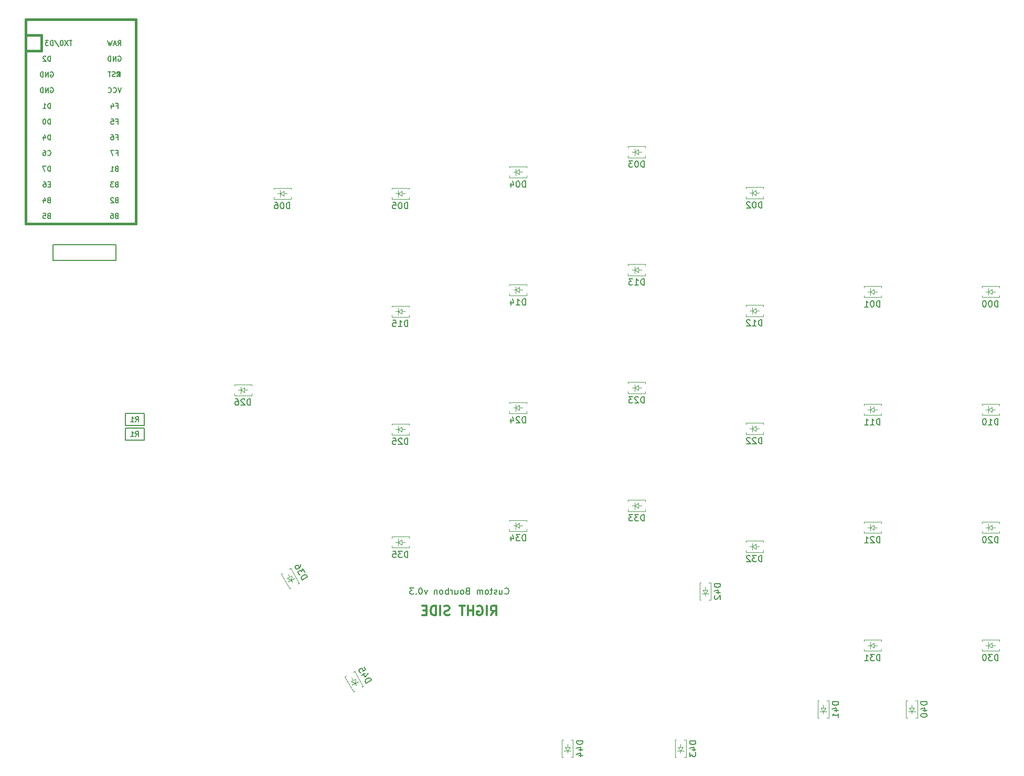
<source format=gbo>
G04 #@! TF.GenerationSoftware,KiCad,Pcbnew,5.1.10*
G04 #@! TF.CreationDate,2021-07-11T16:16:24-04:00*
G04 #@! TF.ProjectId,v02_right,7630325f-7269-4676-9874-2e6b69636164,rev?*
G04 #@! TF.SameCoordinates,Original*
G04 #@! TF.FileFunction,Legend,Bot*
G04 #@! TF.FilePolarity,Positive*
%FSLAX46Y46*%
G04 Gerber Fmt 4.6, Leading zero omitted, Abs format (unit mm)*
G04 Created by KiCad (PCBNEW 5.1.10) date 2021-07-11 16:16:24*
%MOMM*%
%LPD*%
G01*
G04 APERTURE LIST*
%ADD10C,0.300000*%
%ADD11C,0.150000*%
%ADD12C,0.100000*%
%ADD13C,0.381000*%
%ADD14C,1.200000*%
%ADD15C,2.100000*%
%ADD16C,1.750000*%
%ADD17O,2.000000X1.600000*%
%ADD18C,0.800000*%
%ADD19C,2.200000*%
%ADD20C,2.250000*%
%ADD21C,3.987800*%
%ADD22R,1.200000X0.900000*%
%ADD23R,0.900000X1.200000*%
%ADD24C,1.397000*%
%ADD25R,1.752600X1.752600*%
%ADD26C,1.752600*%
G04 APERTURE END LIST*
D10*
X-108434821Y-119741071D02*
X-107934821Y-119026785D01*
X-107577678Y-119741071D02*
X-107577678Y-118241071D01*
X-108149107Y-118241071D01*
X-108291964Y-118312500D01*
X-108363392Y-118383928D01*
X-108434821Y-118526785D01*
X-108434821Y-118741071D01*
X-108363392Y-118883928D01*
X-108291964Y-118955357D01*
X-108149107Y-119026785D01*
X-107577678Y-119026785D01*
X-109077678Y-119741071D02*
X-109077678Y-118241071D01*
X-110577678Y-118312500D02*
X-110434821Y-118241071D01*
X-110220535Y-118241071D01*
X-110006250Y-118312500D01*
X-109863392Y-118455357D01*
X-109791964Y-118598214D01*
X-109720535Y-118883928D01*
X-109720535Y-119098214D01*
X-109791964Y-119383928D01*
X-109863392Y-119526785D01*
X-110006250Y-119669642D01*
X-110220535Y-119741071D01*
X-110363392Y-119741071D01*
X-110577678Y-119669642D01*
X-110649107Y-119598214D01*
X-110649107Y-119098214D01*
X-110363392Y-119098214D01*
X-111291964Y-119741071D02*
X-111291964Y-118241071D01*
X-111291964Y-118955357D02*
X-112149107Y-118955357D01*
X-112149107Y-119741071D02*
X-112149107Y-118241071D01*
X-112649107Y-118241071D02*
X-113506250Y-118241071D01*
X-113077678Y-119741071D02*
X-113077678Y-118241071D01*
X-115077678Y-119669642D02*
X-115291964Y-119741071D01*
X-115649107Y-119741071D01*
X-115791964Y-119669642D01*
X-115863392Y-119598214D01*
X-115934821Y-119455357D01*
X-115934821Y-119312500D01*
X-115863392Y-119169642D01*
X-115791964Y-119098214D01*
X-115649107Y-119026785D01*
X-115363392Y-118955357D01*
X-115220535Y-118883928D01*
X-115149107Y-118812500D01*
X-115077678Y-118669642D01*
X-115077678Y-118526785D01*
X-115149107Y-118383928D01*
X-115220535Y-118312500D01*
X-115363392Y-118241071D01*
X-115720535Y-118241071D01*
X-115934821Y-118312500D01*
X-116577678Y-119741071D02*
X-116577678Y-118241071D01*
X-117291964Y-119741071D02*
X-117291964Y-118241071D01*
X-117649107Y-118241071D01*
X-117863392Y-118312500D01*
X-118006250Y-118455357D01*
X-118077678Y-118598214D01*
X-118149107Y-118883928D01*
X-118149107Y-119098214D01*
X-118077678Y-119383928D01*
X-118006250Y-119526785D01*
X-117863392Y-119669642D01*
X-117649107Y-119741071D01*
X-117291964Y-119741071D01*
X-118791964Y-118955357D02*
X-119291964Y-118955357D01*
X-119506250Y-119741071D02*
X-118791964Y-119741071D01*
X-118791964Y-118241071D01*
X-119506250Y-118241071D01*
D11*
X-106149107Y-116244642D02*
X-106101488Y-116292261D01*
X-105958630Y-116339880D01*
X-105863392Y-116339880D01*
X-105720535Y-116292261D01*
X-105625297Y-116197023D01*
X-105577678Y-116101785D01*
X-105530059Y-115911309D01*
X-105530059Y-115768452D01*
X-105577678Y-115577976D01*
X-105625297Y-115482738D01*
X-105720535Y-115387500D01*
X-105863392Y-115339880D01*
X-105958630Y-115339880D01*
X-106101488Y-115387500D01*
X-106149107Y-115435119D01*
X-107006250Y-115673214D02*
X-107006250Y-116339880D01*
X-106577678Y-115673214D02*
X-106577678Y-116197023D01*
X-106625297Y-116292261D01*
X-106720535Y-116339880D01*
X-106863392Y-116339880D01*
X-106958630Y-116292261D01*
X-107006250Y-116244642D01*
X-107434821Y-116292261D02*
X-107530059Y-116339880D01*
X-107720535Y-116339880D01*
X-107815773Y-116292261D01*
X-107863392Y-116197023D01*
X-107863392Y-116149404D01*
X-107815773Y-116054166D01*
X-107720535Y-116006547D01*
X-107577678Y-116006547D01*
X-107482440Y-115958928D01*
X-107434821Y-115863690D01*
X-107434821Y-115816071D01*
X-107482440Y-115720833D01*
X-107577678Y-115673214D01*
X-107720535Y-115673214D01*
X-107815773Y-115720833D01*
X-108149107Y-115673214D02*
X-108530059Y-115673214D01*
X-108291964Y-115339880D02*
X-108291964Y-116197023D01*
X-108339583Y-116292261D01*
X-108434821Y-116339880D01*
X-108530059Y-116339880D01*
X-109006250Y-116339880D02*
X-108911011Y-116292261D01*
X-108863392Y-116244642D01*
X-108815773Y-116149404D01*
X-108815773Y-115863690D01*
X-108863392Y-115768452D01*
X-108911011Y-115720833D01*
X-109006250Y-115673214D01*
X-109149107Y-115673214D01*
X-109244345Y-115720833D01*
X-109291964Y-115768452D01*
X-109339583Y-115863690D01*
X-109339583Y-116149404D01*
X-109291964Y-116244642D01*
X-109244345Y-116292261D01*
X-109149107Y-116339880D01*
X-109006250Y-116339880D01*
X-109768154Y-116339880D02*
X-109768154Y-115673214D01*
X-109768154Y-115768452D02*
X-109815773Y-115720833D01*
X-109911011Y-115673214D01*
X-110053869Y-115673214D01*
X-110149107Y-115720833D01*
X-110196726Y-115816071D01*
X-110196726Y-116339880D01*
X-110196726Y-115816071D02*
X-110244345Y-115720833D01*
X-110339583Y-115673214D01*
X-110482440Y-115673214D01*
X-110577678Y-115720833D01*
X-110625297Y-115816071D01*
X-110625297Y-116339880D01*
X-112196726Y-115816071D02*
X-112339583Y-115863690D01*
X-112387202Y-115911309D01*
X-112434821Y-116006547D01*
X-112434821Y-116149404D01*
X-112387202Y-116244642D01*
X-112339583Y-116292261D01*
X-112244345Y-116339880D01*
X-111863392Y-116339880D01*
X-111863392Y-115339880D01*
X-112196726Y-115339880D01*
X-112291964Y-115387500D01*
X-112339583Y-115435119D01*
X-112387202Y-115530357D01*
X-112387202Y-115625595D01*
X-112339583Y-115720833D01*
X-112291964Y-115768452D01*
X-112196726Y-115816071D01*
X-111863392Y-115816071D01*
X-113006250Y-116339880D02*
X-112911011Y-116292261D01*
X-112863392Y-116244642D01*
X-112815773Y-116149404D01*
X-112815773Y-115863690D01*
X-112863392Y-115768452D01*
X-112911011Y-115720833D01*
X-113006250Y-115673214D01*
X-113149107Y-115673214D01*
X-113244345Y-115720833D01*
X-113291964Y-115768452D01*
X-113339583Y-115863690D01*
X-113339583Y-116149404D01*
X-113291964Y-116244642D01*
X-113244345Y-116292261D01*
X-113149107Y-116339880D01*
X-113006250Y-116339880D01*
X-114196726Y-115673214D02*
X-114196726Y-116339880D01*
X-113768154Y-115673214D02*
X-113768154Y-116197023D01*
X-113815773Y-116292261D01*
X-113911011Y-116339880D01*
X-114053869Y-116339880D01*
X-114149107Y-116292261D01*
X-114196726Y-116244642D01*
X-114672916Y-116339880D02*
X-114672916Y-115673214D01*
X-114672916Y-115863690D02*
X-114720535Y-115768452D01*
X-114768154Y-115720833D01*
X-114863392Y-115673214D01*
X-114958630Y-115673214D01*
X-115291964Y-116339880D02*
X-115291964Y-115339880D01*
X-115291964Y-115720833D02*
X-115387202Y-115673214D01*
X-115577678Y-115673214D01*
X-115672916Y-115720833D01*
X-115720535Y-115768452D01*
X-115768154Y-115863690D01*
X-115768154Y-116149404D01*
X-115720535Y-116244642D01*
X-115672916Y-116292261D01*
X-115577678Y-116339880D01*
X-115387202Y-116339880D01*
X-115291964Y-116292261D01*
X-116339583Y-116339880D02*
X-116244345Y-116292261D01*
X-116196726Y-116244642D01*
X-116149107Y-116149404D01*
X-116149107Y-115863690D01*
X-116196726Y-115768452D01*
X-116244345Y-115720833D01*
X-116339583Y-115673214D01*
X-116482440Y-115673214D01*
X-116577678Y-115720833D01*
X-116625297Y-115768452D01*
X-116672916Y-115863690D01*
X-116672916Y-116149404D01*
X-116625297Y-116244642D01*
X-116577678Y-116292261D01*
X-116482440Y-116339880D01*
X-116339583Y-116339880D01*
X-117101488Y-115673214D02*
X-117101488Y-116339880D01*
X-117101488Y-115768452D02*
X-117149107Y-115720833D01*
X-117244345Y-115673214D01*
X-117387202Y-115673214D01*
X-117482440Y-115720833D01*
X-117530059Y-115816071D01*
X-117530059Y-116339880D01*
X-118672916Y-115673214D02*
X-118911011Y-116339880D01*
X-119149107Y-115673214D01*
X-119720535Y-115339880D02*
X-119815773Y-115339880D01*
X-119911011Y-115387500D01*
X-119958630Y-115435119D01*
X-120006250Y-115530357D01*
X-120053869Y-115720833D01*
X-120053869Y-115958928D01*
X-120006250Y-116149404D01*
X-119958630Y-116244642D01*
X-119911011Y-116292261D01*
X-119815773Y-116339880D01*
X-119720535Y-116339880D01*
X-119625297Y-116292261D01*
X-119577678Y-116244642D01*
X-119530059Y-116149404D01*
X-119482440Y-115958928D01*
X-119482440Y-115720833D01*
X-119530059Y-115530357D01*
X-119577678Y-115435119D01*
X-119625297Y-115387500D01*
X-119720535Y-115339880D01*
X-120482440Y-116244642D02*
X-120530059Y-116292261D01*
X-120482440Y-116339880D01*
X-120434821Y-116292261D01*
X-120482440Y-116244642D01*
X-120482440Y-116339880D01*
X-120863392Y-115339880D02*
X-121482440Y-115339880D01*
X-121149107Y-115720833D01*
X-121291964Y-115720833D01*
X-121387202Y-115768452D01*
X-121434821Y-115816071D01*
X-121482440Y-115911309D01*
X-121482440Y-116149404D01*
X-121434821Y-116244642D01*
X-121387202Y-116292261D01*
X-121291964Y-116339880D01*
X-121006250Y-116339880D01*
X-120911011Y-116292261D01*
X-120863392Y-116244642D01*
D12*
X-130625000Y-130227244D02*
X-130875000Y-129794231D01*
X-130971410Y-130427244D02*
X-130325000Y-130746859D01*
X-130278590Y-130027244D02*
X-130971410Y-130427244D01*
X-130325000Y-130746859D02*
X-130278590Y-130027244D01*
X-130325000Y-130746859D02*
X-130801314Y-131021859D01*
X-130325000Y-130746859D02*
X-129848686Y-130471859D01*
X-130125000Y-131093269D02*
X-130325000Y-130746859D01*
X-130579423Y-132106186D02*
X-129020577Y-131206186D01*
X-131979423Y-129681314D02*
X-130579423Y-132106186D01*
X-130420577Y-128781314D02*
X-131979423Y-129681314D01*
X-129020577Y-131206186D02*
X-130420577Y-128781314D01*
X-96043750Y-141037500D02*
X-96043750Y-140537500D01*
X-96443750Y-141037500D02*
X-96043750Y-141637500D01*
X-95643750Y-141037500D02*
X-96443750Y-141037500D01*
X-96043750Y-141637500D02*
X-95643750Y-141037500D01*
X-96043750Y-141637500D02*
X-96593750Y-141637500D01*
X-96043750Y-141637500D02*
X-95493750Y-141637500D01*
X-96043750Y-142037500D02*
X-96043750Y-141637500D01*
X-96943750Y-142687500D02*
X-95143750Y-142687500D01*
X-96943750Y-139887500D02*
X-96943750Y-142687500D01*
X-95143750Y-139887500D02*
X-96943750Y-139887500D01*
X-95143750Y-142687500D02*
X-95143750Y-139887500D01*
X-77787500Y-141037500D02*
X-77787500Y-140537500D01*
X-78187500Y-141037500D02*
X-77787500Y-141637500D01*
X-77387500Y-141037500D02*
X-78187500Y-141037500D01*
X-77787500Y-141637500D02*
X-77387500Y-141037500D01*
X-77787500Y-141637500D02*
X-78337500Y-141637500D01*
X-77787500Y-141637500D02*
X-77237500Y-141637500D01*
X-77787500Y-142037500D02*
X-77787500Y-141637500D01*
X-78687500Y-142687500D02*
X-76887500Y-142687500D01*
X-78687500Y-139887500D02*
X-78687500Y-142687500D01*
X-76887500Y-139887500D02*
X-78687500Y-139887500D01*
X-76887500Y-142687500D02*
X-76887500Y-139887500D01*
X-73818750Y-115637500D02*
X-73818750Y-115137500D01*
X-74218750Y-115637500D02*
X-73818750Y-116237500D01*
X-73418750Y-115637500D02*
X-74218750Y-115637500D01*
X-73818750Y-116237500D02*
X-73418750Y-115637500D01*
X-73818750Y-116237500D02*
X-74368750Y-116237500D01*
X-73818750Y-116237500D02*
X-73268750Y-116237500D01*
X-73818750Y-116637500D02*
X-73818750Y-116237500D01*
X-74718750Y-117287500D02*
X-72918750Y-117287500D01*
X-74718750Y-114487500D02*
X-74718750Y-117287500D01*
X-72918750Y-114487500D02*
X-74718750Y-114487500D01*
X-72918750Y-117287500D02*
X-72918750Y-114487500D01*
X-54768750Y-134687500D02*
X-54768750Y-134187500D01*
X-55168750Y-134687500D02*
X-54768750Y-135287500D01*
X-54368750Y-134687500D02*
X-55168750Y-134687500D01*
X-54768750Y-135287500D02*
X-54368750Y-134687500D01*
X-54768750Y-135287500D02*
X-55318750Y-135287500D01*
X-54768750Y-135287500D02*
X-54218750Y-135287500D01*
X-54768750Y-135687500D02*
X-54768750Y-135287500D01*
X-55668750Y-136337500D02*
X-53868750Y-136337500D01*
X-55668750Y-133537500D02*
X-55668750Y-136337500D01*
X-53868750Y-133537500D02*
X-55668750Y-133537500D01*
X-53868750Y-136337500D02*
X-53868750Y-133537500D01*
X-40481250Y-134687500D02*
X-40481250Y-134187500D01*
X-40881250Y-134687500D02*
X-40481250Y-135287500D01*
X-40081250Y-134687500D02*
X-40881250Y-134687500D01*
X-40481250Y-135287500D02*
X-40081250Y-134687500D01*
X-40481250Y-135287500D02*
X-41031250Y-135287500D01*
X-40481250Y-135287500D02*
X-39931250Y-135287500D01*
X-40481250Y-135687500D02*
X-40481250Y-135287500D01*
X-41381250Y-136337500D02*
X-39581250Y-136337500D01*
X-41381250Y-133537500D02*
X-41381250Y-136337500D01*
X-39581250Y-133537500D02*
X-41381250Y-133537500D01*
X-39581250Y-136337500D02*
X-39581250Y-133537500D01*
X-140943750Y-113558494D02*
X-141193750Y-113125481D01*
X-141290160Y-113758494D02*
X-140643750Y-114078109D01*
X-140597340Y-113358494D02*
X-141290160Y-113758494D01*
X-140643750Y-114078109D02*
X-140597340Y-113358494D01*
X-140643750Y-114078109D02*
X-141120064Y-114353109D01*
X-140643750Y-114078109D02*
X-140167436Y-113803109D01*
X-140443750Y-114424519D02*
X-140643750Y-114078109D01*
X-140898173Y-115437436D02*
X-139339327Y-114537436D01*
X-142298173Y-113012564D02*
X-140898173Y-115437436D01*
X-140739327Y-112112564D02*
X-142298173Y-113012564D01*
X-139339327Y-114537436D02*
X-140739327Y-112112564D01*
X-122781250Y-107950000D02*
X-122281250Y-107950000D01*
X-122781250Y-107550000D02*
X-123381250Y-107950000D01*
X-122781250Y-108350000D02*
X-122781250Y-107550000D01*
X-123381250Y-107950000D02*
X-122781250Y-108350000D01*
X-123381250Y-107950000D02*
X-123381250Y-107400000D01*
X-123381250Y-107950000D02*
X-123381250Y-108500000D01*
X-123781250Y-107950000D02*
X-123381250Y-107950000D01*
X-124431250Y-107050000D02*
X-124431250Y-108850000D01*
X-121631250Y-107050000D02*
X-124431250Y-107050000D01*
X-121631250Y-108850000D02*
X-121631250Y-107050000D01*
X-124431250Y-108850000D02*
X-121631250Y-108850000D01*
X-103780000Y-105265000D02*
X-103280000Y-105265000D01*
X-103780000Y-104865000D02*
X-104380000Y-105265000D01*
X-103780000Y-105665000D02*
X-103780000Y-104865000D01*
X-104380000Y-105265000D02*
X-103780000Y-105665000D01*
X-104380000Y-105265000D02*
X-104380000Y-104715000D01*
X-104380000Y-105265000D02*
X-104380000Y-105815000D01*
X-104780000Y-105265000D02*
X-104380000Y-105265000D01*
X-105430000Y-104365000D02*
X-105430000Y-106165000D01*
X-102630000Y-104365000D02*
X-105430000Y-104365000D01*
X-102630000Y-106165000D02*
X-102630000Y-104365000D01*
X-105430000Y-106165000D02*
X-102630000Y-106165000D01*
X-84630000Y-102040000D02*
X-84130000Y-102040000D01*
X-84630000Y-101640000D02*
X-85230000Y-102040000D01*
X-84630000Y-102440000D02*
X-84630000Y-101640000D01*
X-85230000Y-102040000D02*
X-84630000Y-102440000D01*
X-85230000Y-102040000D02*
X-85230000Y-101490000D01*
X-85230000Y-102040000D02*
X-85230000Y-102590000D01*
X-85630000Y-102040000D02*
X-85230000Y-102040000D01*
X-86280000Y-101140000D02*
X-86280000Y-102940000D01*
X-83480000Y-101140000D02*
X-86280000Y-101140000D01*
X-83480000Y-102940000D02*
X-83480000Y-101140000D01*
X-86280000Y-102940000D02*
X-83480000Y-102940000D01*
X-65630000Y-108640000D02*
X-65130000Y-108640000D01*
X-65630000Y-108240000D02*
X-66230000Y-108640000D01*
X-65630000Y-109040000D02*
X-65630000Y-108240000D01*
X-66230000Y-108640000D02*
X-65630000Y-109040000D01*
X-66230000Y-108640000D02*
X-66230000Y-108090000D01*
X-66230000Y-108640000D02*
X-66230000Y-109190000D01*
X-66630000Y-108640000D02*
X-66230000Y-108640000D01*
X-67280000Y-107740000D02*
X-67280000Y-109540000D01*
X-64480000Y-107740000D02*
X-67280000Y-107740000D01*
X-64480000Y-109540000D02*
X-64480000Y-107740000D01*
X-67280000Y-109540000D02*
X-64480000Y-109540000D01*
X-46581250Y-124618750D02*
X-46081250Y-124618750D01*
X-46581250Y-124218750D02*
X-47181250Y-124618750D01*
X-46581250Y-125018750D02*
X-46581250Y-124218750D01*
X-47181250Y-124618750D02*
X-46581250Y-125018750D01*
X-47181250Y-124618750D02*
X-47181250Y-124068750D01*
X-47181250Y-124618750D02*
X-47181250Y-125168750D01*
X-47581250Y-124618750D02*
X-47181250Y-124618750D01*
X-48231250Y-123718750D02*
X-48231250Y-125518750D01*
X-45431250Y-123718750D02*
X-48231250Y-123718750D01*
X-45431250Y-125518750D02*
X-45431250Y-123718750D01*
X-48231250Y-125518750D02*
X-45431250Y-125518750D01*
X-27531250Y-124618750D02*
X-27031250Y-124618750D01*
X-27531250Y-124218750D02*
X-28131250Y-124618750D01*
X-27531250Y-125018750D02*
X-27531250Y-124218750D01*
X-28131250Y-124618750D02*
X-27531250Y-125018750D01*
X-28131250Y-124618750D02*
X-28131250Y-124068750D01*
X-28131250Y-124618750D02*
X-28131250Y-125168750D01*
X-28531250Y-124618750D02*
X-28131250Y-124618750D01*
X-29181250Y-123718750D02*
X-29181250Y-125518750D01*
X-26381250Y-123718750D02*
X-29181250Y-123718750D01*
X-26381250Y-125518750D02*
X-26381250Y-123718750D01*
X-29181250Y-125518750D02*
X-26381250Y-125518750D01*
X-148181250Y-83343750D02*
X-147681250Y-83343750D01*
X-148181250Y-82943750D02*
X-148781250Y-83343750D01*
X-148181250Y-83743750D02*
X-148181250Y-82943750D01*
X-148781250Y-83343750D02*
X-148181250Y-83743750D01*
X-148781250Y-83343750D02*
X-148781250Y-82793750D01*
X-148781250Y-83343750D02*
X-148781250Y-83893750D01*
X-149181250Y-83343750D02*
X-148781250Y-83343750D01*
X-149831250Y-82443750D02*
X-149831250Y-84243750D01*
X-147031250Y-82443750D02*
X-149831250Y-82443750D01*
X-147031250Y-84243750D02*
X-147031250Y-82443750D01*
X-149831250Y-84243750D02*
X-147031250Y-84243750D01*
X-122781250Y-89693750D02*
X-122281250Y-89693750D01*
X-122781250Y-89293750D02*
X-123381250Y-89693750D01*
X-122781250Y-90093750D02*
X-122781250Y-89293750D01*
X-123381250Y-89693750D02*
X-122781250Y-90093750D01*
X-123381250Y-89693750D02*
X-123381250Y-89143750D01*
X-123381250Y-89693750D02*
X-123381250Y-90243750D01*
X-123781250Y-89693750D02*
X-123381250Y-89693750D01*
X-124431250Y-88793750D02*
X-124431250Y-90593750D01*
X-121631250Y-88793750D02*
X-124431250Y-88793750D01*
X-121631250Y-90593750D02*
X-121631250Y-88793750D01*
X-124431250Y-90593750D02*
X-121631250Y-90593750D01*
X-103780000Y-86215000D02*
X-103280000Y-86215000D01*
X-103780000Y-85815000D02*
X-104380000Y-86215000D01*
X-103780000Y-86615000D02*
X-103780000Y-85815000D01*
X-104380000Y-86215000D02*
X-103780000Y-86615000D01*
X-104380000Y-86215000D02*
X-104380000Y-85665000D01*
X-104380000Y-86215000D02*
X-104380000Y-86765000D01*
X-104780000Y-86215000D02*
X-104380000Y-86215000D01*
X-105430000Y-85315000D02*
X-105430000Y-87115000D01*
X-102630000Y-85315000D02*
X-105430000Y-85315000D01*
X-102630000Y-87115000D02*
X-102630000Y-85315000D01*
X-105430000Y-87115000D02*
X-102630000Y-87115000D01*
X-84630000Y-82990000D02*
X-84130000Y-82990000D01*
X-84630000Y-82590000D02*
X-85230000Y-82990000D01*
X-84630000Y-83390000D02*
X-84630000Y-82590000D01*
X-85230000Y-82990000D02*
X-84630000Y-83390000D01*
X-85230000Y-82990000D02*
X-85230000Y-82440000D01*
X-85230000Y-82990000D02*
X-85230000Y-83540000D01*
X-85630000Y-82990000D02*
X-85230000Y-82990000D01*
X-86280000Y-82090000D02*
X-86280000Y-83890000D01*
X-83480000Y-82090000D02*
X-86280000Y-82090000D01*
X-83480000Y-83890000D02*
X-83480000Y-82090000D01*
X-86280000Y-83890000D02*
X-83480000Y-83890000D01*
X-65630000Y-89590000D02*
X-65130000Y-89590000D01*
X-65630000Y-89190000D02*
X-66230000Y-89590000D01*
X-65630000Y-89990000D02*
X-65630000Y-89190000D01*
X-66230000Y-89590000D02*
X-65630000Y-89990000D01*
X-66230000Y-89590000D02*
X-66230000Y-89040000D01*
X-66230000Y-89590000D02*
X-66230000Y-90140000D01*
X-66630000Y-89590000D02*
X-66230000Y-89590000D01*
X-67280000Y-88690000D02*
X-67280000Y-90490000D01*
X-64480000Y-88690000D02*
X-67280000Y-88690000D01*
X-64480000Y-90490000D02*
X-64480000Y-88690000D01*
X-67280000Y-90490000D02*
X-64480000Y-90490000D01*
X-46581250Y-105568750D02*
X-46081250Y-105568750D01*
X-46581250Y-105168750D02*
X-47181250Y-105568750D01*
X-46581250Y-105968750D02*
X-46581250Y-105168750D01*
X-47181250Y-105568750D02*
X-46581250Y-105968750D01*
X-47181250Y-105568750D02*
X-47181250Y-105018750D01*
X-47181250Y-105568750D02*
X-47181250Y-106118750D01*
X-47581250Y-105568750D02*
X-47181250Y-105568750D01*
X-48231250Y-104668750D02*
X-48231250Y-106468750D01*
X-45431250Y-104668750D02*
X-48231250Y-104668750D01*
X-45431250Y-106468750D02*
X-45431250Y-104668750D01*
X-48231250Y-106468750D02*
X-45431250Y-106468750D01*
X-27531250Y-105568750D02*
X-27031250Y-105568750D01*
X-27531250Y-105168750D02*
X-28131250Y-105568750D01*
X-27531250Y-105968750D02*
X-27531250Y-105168750D01*
X-28131250Y-105568750D02*
X-27531250Y-105968750D01*
X-28131250Y-105568750D02*
X-28131250Y-105018750D01*
X-28131250Y-105568750D02*
X-28131250Y-106118750D01*
X-28531250Y-105568750D02*
X-28131250Y-105568750D01*
X-29181250Y-104668750D02*
X-29181250Y-106468750D01*
X-26381250Y-104668750D02*
X-29181250Y-104668750D01*
X-26381250Y-106468750D02*
X-26381250Y-104668750D01*
X-29181250Y-106468750D02*
X-26381250Y-106468750D01*
X-122781250Y-70643750D02*
X-122281250Y-70643750D01*
X-122781250Y-70243750D02*
X-123381250Y-70643750D01*
X-122781250Y-71043750D02*
X-122781250Y-70243750D01*
X-123381250Y-70643750D02*
X-122781250Y-71043750D01*
X-123381250Y-70643750D02*
X-123381250Y-70093750D01*
X-123381250Y-70643750D02*
X-123381250Y-71193750D01*
X-123781250Y-70643750D02*
X-123381250Y-70643750D01*
X-124431250Y-69743750D02*
X-124431250Y-71543750D01*
X-121631250Y-69743750D02*
X-124431250Y-69743750D01*
X-121631250Y-71543750D02*
X-121631250Y-69743750D01*
X-124431250Y-71543750D02*
X-121631250Y-71543750D01*
X-103780000Y-67165000D02*
X-103280000Y-67165000D01*
X-103780000Y-66765000D02*
X-104380000Y-67165000D01*
X-103780000Y-67565000D02*
X-103780000Y-66765000D01*
X-104380000Y-67165000D02*
X-103780000Y-67565000D01*
X-104380000Y-67165000D02*
X-104380000Y-66615000D01*
X-104380000Y-67165000D02*
X-104380000Y-67715000D01*
X-104780000Y-67165000D02*
X-104380000Y-67165000D01*
X-105430000Y-66265000D02*
X-105430000Y-68065000D01*
X-102630000Y-66265000D02*
X-105430000Y-66265000D01*
X-102630000Y-68065000D02*
X-102630000Y-66265000D01*
X-105430000Y-68065000D02*
X-102630000Y-68065000D01*
X-84630000Y-63940000D02*
X-84130000Y-63940000D01*
X-84630000Y-63540000D02*
X-85230000Y-63940000D01*
X-84630000Y-64340000D02*
X-84630000Y-63540000D01*
X-85230000Y-63940000D02*
X-84630000Y-64340000D01*
X-85230000Y-63940000D02*
X-85230000Y-63390000D01*
X-85230000Y-63940000D02*
X-85230000Y-64490000D01*
X-85630000Y-63940000D02*
X-85230000Y-63940000D01*
X-86280000Y-63040000D02*
X-86280000Y-64840000D01*
X-83480000Y-63040000D02*
X-86280000Y-63040000D01*
X-83480000Y-64840000D02*
X-83480000Y-63040000D01*
X-86280000Y-64840000D02*
X-83480000Y-64840000D01*
X-65630000Y-70540000D02*
X-65130000Y-70540000D01*
X-65630000Y-70140000D02*
X-66230000Y-70540000D01*
X-65630000Y-70940000D02*
X-65630000Y-70140000D01*
X-66230000Y-70540000D02*
X-65630000Y-70940000D01*
X-66230000Y-70540000D02*
X-66230000Y-69990000D01*
X-66230000Y-70540000D02*
X-66230000Y-71090000D01*
X-66630000Y-70540000D02*
X-66230000Y-70540000D01*
X-67280000Y-69640000D02*
X-67280000Y-71440000D01*
X-64480000Y-69640000D02*
X-67280000Y-69640000D01*
X-64480000Y-71440000D02*
X-64480000Y-69640000D01*
X-67280000Y-71440000D02*
X-64480000Y-71440000D01*
X-46581250Y-86518750D02*
X-46081250Y-86518750D01*
X-46581250Y-86118750D02*
X-47181250Y-86518750D01*
X-46581250Y-86918750D02*
X-46581250Y-86118750D01*
X-47181250Y-86518750D02*
X-46581250Y-86918750D01*
X-47181250Y-86518750D02*
X-47181250Y-85968750D01*
X-47181250Y-86518750D02*
X-47181250Y-87068750D01*
X-47581250Y-86518750D02*
X-47181250Y-86518750D01*
X-48231250Y-85618750D02*
X-48231250Y-87418750D01*
X-45431250Y-85618750D02*
X-48231250Y-85618750D01*
X-45431250Y-87418750D02*
X-45431250Y-85618750D01*
X-48231250Y-87418750D02*
X-45431250Y-87418750D01*
X-27531250Y-86518750D02*
X-27031250Y-86518750D01*
X-27531250Y-86118750D02*
X-28131250Y-86518750D01*
X-27531250Y-86918750D02*
X-27531250Y-86118750D01*
X-28131250Y-86518750D02*
X-27531250Y-86918750D01*
X-28131250Y-86518750D02*
X-28131250Y-85968750D01*
X-28131250Y-86518750D02*
X-28131250Y-87068750D01*
X-28531250Y-86518750D02*
X-28131250Y-86518750D01*
X-29181250Y-85618750D02*
X-29181250Y-87418750D01*
X-26381250Y-85618750D02*
X-29181250Y-85618750D01*
X-26381250Y-87418750D02*
X-26381250Y-85618750D01*
X-29181250Y-87418750D02*
X-26381250Y-87418750D01*
X-141831250Y-51593750D02*
X-141331250Y-51593750D01*
X-141831250Y-51193750D02*
X-142431250Y-51593750D01*
X-141831250Y-51993750D02*
X-141831250Y-51193750D01*
X-142431250Y-51593750D02*
X-141831250Y-51993750D01*
X-142431250Y-51593750D02*
X-142431250Y-51043750D01*
X-142431250Y-51593750D02*
X-142431250Y-52143750D01*
X-142831250Y-51593750D02*
X-142431250Y-51593750D01*
X-143481250Y-50693750D02*
X-143481250Y-52493750D01*
X-140681250Y-50693750D02*
X-143481250Y-50693750D01*
X-140681250Y-52493750D02*
X-140681250Y-50693750D01*
X-143481250Y-52493750D02*
X-140681250Y-52493750D01*
X-122781250Y-51593750D02*
X-122281250Y-51593750D01*
X-122781250Y-51193750D02*
X-123381250Y-51593750D01*
X-122781250Y-51993750D02*
X-122781250Y-51193750D01*
X-123381250Y-51593750D02*
X-122781250Y-51993750D01*
X-123381250Y-51593750D02*
X-123381250Y-51043750D01*
X-123381250Y-51593750D02*
X-123381250Y-52143750D01*
X-123781250Y-51593750D02*
X-123381250Y-51593750D01*
X-124431250Y-50693750D02*
X-124431250Y-52493750D01*
X-121631250Y-50693750D02*
X-124431250Y-50693750D01*
X-121631250Y-52493750D02*
X-121631250Y-50693750D01*
X-124431250Y-52493750D02*
X-121631250Y-52493750D01*
X-103780000Y-48115000D02*
X-103280000Y-48115000D01*
X-103780000Y-47715000D02*
X-104380000Y-48115000D01*
X-103780000Y-48515000D02*
X-103780000Y-47715000D01*
X-104380000Y-48115000D02*
X-103780000Y-48515000D01*
X-104380000Y-48115000D02*
X-104380000Y-47565000D01*
X-104380000Y-48115000D02*
X-104380000Y-48665000D01*
X-104780000Y-48115000D02*
X-104380000Y-48115000D01*
X-105430000Y-47215000D02*
X-105430000Y-49015000D01*
X-102630000Y-47215000D02*
X-105430000Y-47215000D01*
X-102630000Y-49015000D02*
X-102630000Y-47215000D01*
X-105430000Y-49015000D02*
X-102630000Y-49015000D01*
X-84630000Y-44890000D02*
X-84130000Y-44890000D01*
X-84630000Y-44490000D02*
X-85230000Y-44890000D01*
X-84630000Y-45290000D02*
X-84630000Y-44490000D01*
X-85230000Y-44890000D02*
X-84630000Y-45290000D01*
X-85230000Y-44890000D02*
X-85230000Y-44340000D01*
X-85230000Y-44890000D02*
X-85230000Y-45440000D01*
X-85630000Y-44890000D02*
X-85230000Y-44890000D01*
X-86280000Y-43990000D02*
X-86280000Y-45790000D01*
X-83480000Y-43990000D02*
X-86280000Y-43990000D01*
X-83480000Y-45790000D02*
X-83480000Y-43990000D01*
X-86280000Y-45790000D02*
X-83480000Y-45790000D01*
X-65630000Y-51490000D02*
X-65130000Y-51490000D01*
X-65630000Y-51090000D02*
X-66230000Y-51490000D01*
X-65630000Y-51890000D02*
X-65630000Y-51090000D01*
X-66230000Y-51490000D02*
X-65630000Y-51890000D01*
X-66230000Y-51490000D02*
X-66230000Y-50940000D01*
X-66230000Y-51490000D02*
X-66230000Y-52040000D01*
X-66630000Y-51490000D02*
X-66230000Y-51490000D01*
X-67280000Y-50590000D02*
X-67280000Y-52390000D01*
X-64480000Y-50590000D02*
X-67280000Y-50590000D01*
X-64480000Y-52390000D02*
X-64480000Y-50590000D01*
X-67280000Y-52390000D02*
X-64480000Y-52390000D01*
X-46581250Y-67468750D02*
X-46081250Y-67468750D01*
X-46581250Y-67068750D02*
X-47181250Y-67468750D01*
X-46581250Y-67868750D02*
X-46581250Y-67068750D01*
X-47181250Y-67468750D02*
X-46581250Y-67868750D01*
X-47181250Y-67468750D02*
X-47181250Y-66918750D01*
X-47181250Y-67468750D02*
X-47181250Y-68018750D01*
X-47581250Y-67468750D02*
X-47181250Y-67468750D01*
X-48231250Y-66568750D02*
X-48231250Y-68368750D01*
X-45431250Y-66568750D02*
X-48231250Y-66568750D01*
X-45431250Y-68368750D02*
X-45431250Y-66568750D01*
X-48231250Y-68368750D02*
X-45431250Y-68368750D01*
X-27531250Y-67468750D02*
X-27031250Y-67468750D01*
X-27531250Y-67068750D02*
X-28131250Y-67468750D01*
X-27531250Y-67868750D02*
X-27531250Y-67068750D01*
X-28131250Y-67468750D02*
X-27531250Y-67868750D01*
X-28131250Y-67468750D02*
X-28131250Y-66918750D01*
X-28131250Y-67468750D02*
X-28131250Y-68018750D01*
X-28531250Y-67468750D02*
X-28131250Y-67468750D01*
X-29181250Y-66568750D02*
X-29181250Y-68368750D01*
X-26381250Y-66568750D02*
X-29181250Y-66568750D01*
X-26381250Y-68368750D02*
X-26381250Y-66568750D01*
X-29181250Y-68368750D02*
X-26381250Y-68368750D01*
D11*
X-164393750Y-87106250D02*
X-164393750Y-89106250D01*
X-167393750Y-87106250D02*
X-164393750Y-87106250D01*
X-167393750Y-89106250D02*
X-167393750Y-87106250D01*
X-164393750Y-89106250D02*
X-167393750Y-89106250D01*
X-167393750Y-91487500D02*
X-167393750Y-89487500D01*
X-164393750Y-91487500D02*
X-167393750Y-91487500D01*
X-164393750Y-89487500D02*
X-164393750Y-91487500D01*
X-167393750Y-89487500D02*
X-164393750Y-89487500D01*
X-179070000Y-62388750D02*
X-179070000Y-59848750D01*
X-168910000Y-62388750D02*
X-179070000Y-62388750D01*
X-168910000Y-59848750D02*
X-168910000Y-62388750D01*
X-179070000Y-59848750D02*
X-168910000Y-59848750D01*
D13*
X-180975000Y-26035000D02*
X-183515000Y-26035000D01*
X-165735000Y-23495000D02*
X-183515000Y-23495000D01*
X-183515000Y-23495000D02*
X-183515000Y-56515000D01*
X-183515000Y-56515000D02*
X-165735000Y-56515000D01*
X-165735000Y-56515000D02*
X-165735000Y-23495000D01*
D11*
G36*
X-168780365Y-31924030D02*
G01*
X-168780365Y-32024030D01*
X-168280365Y-32024030D01*
X-168280365Y-31924030D01*
X-168780365Y-31924030D01*
G37*
X-168780365Y-31924030D02*
X-168780365Y-32024030D01*
X-168280365Y-32024030D01*
X-168280365Y-31924030D01*
X-168780365Y-31924030D01*
G36*
X-168780365Y-31924030D02*
G01*
X-168780365Y-32224030D01*
X-168680365Y-32224030D01*
X-168680365Y-31924030D01*
X-168780365Y-31924030D01*
G37*
X-168780365Y-31924030D02*
X-168780365Y-32224030D01*
X-168680365Y-32224030D01*
X-168680365Y-31924030D01*
X-168780365Y-31924030D01*
G36*
X-168780365Y-32524030D02*
G01*
X-168780365Y-32724030D01*
X-168680365Y-32724030D01*
X-168680365Y-32524030D01*
X-168780365Y-32524030D01*
G37*
X-168780365Y-32524030D02*
X-168780365Y-32724030D01*
X-168680365Y-32724030D01*
X-168680365Y-32524030D01*
X-168780365Y-32524030D01*
G36*
X-168380365Y-31924030D02*
G01*
X-168380365Y-32724030D01*
X-168280365Y-32724030D01*
X-168280365Y-31924030D01*
X-168380365Y-31924030D01*
G37*
X-168380365Y-31924030D02*
X-168380365Y-32724030D01*
X-168280365Y-32724030D01*
X-168280365Y-31924030D01*
X-168380365Y-31924030D01*
G36*
X-168580365Y-32324030D02*
G01*
X-168580365Y-32424030D01*
X-168480365Y-32424030D01*
X-168480365Y-32324030D01*
X-168580365Y-32324030D01*
G37*
X-168580365Y-32324030D02*
X-168580365Y-32424030D01*
X-168480365Y-32424030D01*
X-168480365Y-32324030D01*
X-168580365Y-32324030D01*
D13*
X-180975000Y-26035000D02*
X-180975000Y-28575000D01*
X-180975000Y-28575000D02*
X-183515000Y-28575000D01*
D11*
X-128552579Y-130721542D02*
X-127686554Y-130221542D01*
X-127805601Y-130015346D01*
X-127918269Y-129915437D01*
X-128048367Y-129880578D01*
X-128154655Y-129886958D01*
X-128343422Y-129940956D01*
X-128467140Y-130012385D01*
X-128608287Y-130148862D01*
X-128666956Y-130237721D01*
X-128701816Y-130367818D01*
X-128671627Y-130515346D01*
X-128552579Y-130721542D01*
X-128689514Y-129151030D02*
X-129266865Y-129484363D01*
X-128240552Y-129166750D02*
X-128740094Y-129730089D01*
X-129049618Y-129193979D01*
X-128900839Y-128118338D02*
X-128662744Y-128530731D01*
X-129051328Y-128810065D01*
X-129033898Y-128745016D01*
X-129040278Y-128638728D01*
X-129159325Y-128432532D01*
X-129248184Y-128373863D01*
X-129313232Y-128356433D01*
X-129419521Y-128362813D01*
X-129625717Y-128481860D01*
X-129684386Y-128570719D01*
X-129701816Y-128635767D01*
X-129695436Y-128742056D01*
X-129576389Y-128948252D01*
X-129487530Y-129006921D01*
X-129422481Y-129024351D01*
X-93591369Y-140073214D02*
X-94591369Y-140073214D01*
X-94591369Y-140311309D01*
X-94543750Y-140454166D01*
X-94448511Y-140549404D01*
X-94353273Y-140597023D01*
X-94162797Y-140644642D01*
X-94019940Y-140644642D01*
X-93829464Y-140597023D01*
X-93734226Y-140549404D01*
X-93638988Y-140454166D01*
X-93591369Y-140311309D01*
X-93591369Y-140073214D01*
X-94258035Y-141501785D02*
X-93591369Y-141501785D01*
X-94638988Y-141263690D02*
X-93924702Y-141025595D01*
X-93924702Y-141644642D01*
X-94258035Y-142454166D02*
X-93591369Y-142454166D01*
X-94638988Y-142216071D02*
X-93924702Y-141977976D01*
X-93924702Y-142597023D01*
X-75335119Y-140073214D02*
X-76335119Y-140073214D01*
X-76335119Y-140311309D01*
X-76287500Y-140454166D01*
X-76192261Y-140549404D01*
X-76097023Y-140597023D01*
X-75906547Y-140644642D01*
X-75763690Y-140644642D01*
X-75573214Y-140597023D01*
X-75477976Y-140549404D01*
X-75382738Y-140454166D01*
X-75335119Y-140311309D01*
X-75335119Y-140073214D01*
X-76001785Y-141501785D02*
X-75335119Y-141501785D01*
X-76382738Y-141263690D02*
X-75668452Y-141025595D01*
X-75668452Y-141644642D01*
X-76335119Y-141930357D02*
X-76335119Y-142549404D01*
X-75954166Y-142216071D01*
X-75954166Y-142358928D01*
X-75906547Y-142454166D01*
X-75858928Y-142501785D01*
X-75763690Y-142549404D01*
X-75525595Y-142549404D01*
X-75430357Y-142501785D01*
X-75382738Y-142454166D01*
X-75335119Y-142358928D01*
X-75335119Y-142073214D01*
X-75382738Y-141977976D01*
X-75430357Y-141930357D01*
X-71366369Y-114673214D02*
X-72366369Y-114673214D01*
X-72366369Y-114911309D01*
X-72318750Y-115054166D01*
X-72223511Y-115149404D01*
X-72128273Y-115197023D01*
X-71937797Y-115244642D01*
X-71794940Y-115244642D01*
X-71604464Y-115197023D01*
X-71509226Y-115149404D01*
X-71413988Y-115054166D01*
X-71366369Y-114911309D01*
X-71366369Y-114673214D01*
X-72033035Y-116101785D02*
X-71366369Y-116101785D01*
X-72413988Y-115863690D02*
X-71699702Y-115625595D01*
X-71699702Y-116244642D01*
X-72271130Y-116577976D02*
X-72318750Y-116625595D01*
X-72366369Y-116720833D01*
X-72366369Y-116958928D01*
X-72318750Y-117054166D01*
X-72271130Y-117101785D01*
X-72175892Y-117149404D01*
X-72080654Y-117149404D01*
X-71937797Y-117101785D01*
X-71366369Y-116530357D01*
X-71366369Y-117149404D01*
X-52316369Y-133723214D02*
X-53316369Y-133723214D01*
X-53316369Y-133961309D01*
X-53268750Y-134104166D01*
X-53173511Y-134199404D01*
X-53078273Y-134247023D01*
X-52887797Y-134294642D01*
X-52744940Y-134294642D01*
X-52554464Y-134247023D01*
X-52459226Y-134199404D01*
X-52363988Y-134104166D01*
X-52316369Y-133961309D01*
X-52316369Y-133723214D01*
X-52983035Y-135151785D02*
X-52316369Y-135151785D01*
X-53363988Y-134913690D02*
X-52649702Y-134675595D01*
X-52649702Y-135294642D01*
X-52316369Y-136199404D02*
X-52316369Y-135627976D01*
X-52316369Y-135913690D02*
X-53316369Y-135913690D01*
X-53173511Y-135818452D01*
X-53078273Y-135723214D01*
X-53030654Y-135627976D01*
X-38028869Y-133723214D02*
X-39028869Y-133723214D01*
X-39028869Y-133961309D01*
X-38981250Y-134104166D01*
X-38886011Y-134199404D01*
X-38790773Y-134247023D01*
X-38600297Y-134294642D01*
X-38457440Y-134294642D01*
X-38266964Y-134247023D01*
X-38171726Y-134199404D01*
X-38076488Y-134104166D01*
X-38028869Y-133961309D01*
X-38028869Y-133723214D01*
X-38695535Y-135151785D02*
X-38028869Y-135151785D01*
X-39076488Y-134913690D02*
X-38362202Y-134675595D01*
X-38362202Y-135294642D01*
X-39028869Y-135866071D02*
X-39028869Y-135961309D01*
X-38981250Y-136056547D01*
X-38933630Y-136104166D01*
X-38838392Y-136151785D01*
X-38647916Y-136199404D01*
X-38409821Y-136199404D01*
X-38219345Y-136151785D01*
X-38124107Y-136104166D01*
X-38076488Y-136056547D01*
X-38028869Y-135961309D01*
X-38028869Y-135866071D01*
X-38076488Y-135770833D01*
X-38124107Y-135723214D01*
X-38219345Y-135675595D01*
X-38409821Y-135627976D01*
X-38647916Y-135627976D01*
X-38838392Y-135675595D01*
X-38933630Y-135723214D01*
X-38981250Y-135770833D01*
X-39028869Y-135866071D01*
X-138871329Y-114052792D02*
X-138005304Y-113552792D01*
X-138124351Y-113346596D01*
X-138237019Y-113246687D01*
X-138367117Y-113211828D01*
X-138473405Y-113218208D01*
X-138662172Y-113272206D01*
X-138785890Y-113343635D01*
X-138927037Y-113480112D01*
X-138985706Y-113568971D01*
X-139020566Y-113699068D01*
X-138990377Y-113846596D01*
X-138871329Y-114052792D01*
X-138457685Y-112769245D02*
X-138767208Y-112233134D01*
X-138930456Y-112712286D01*
X-139001885Y-112588568D01*
X-139090743Y-112529899D01*
X-139155792Y-112512469D01*
X-139262080Y-112518849D01*
X-139468277Y-112637896D01*
X-139526946Y-112726755D01*
X-139544375Y-112791804D01*
X-139537996Y-112898092D01*
X-139395139Y-113145528D01*
X-139306280Y-113204197D01*
X-139241231Y-113221626D01*
X-139195780Y-111490827D02*
X-139100542Y-111655784D01*
X-139094162Y-111762072D01*
X-139111592Y-111827121D01*
X-139187691Y-111981028D01*
X-139328838Y-112117506D01*
X-139658753Y-112307982D01*
X-139765041Y-112314362D01*
X-139830090Y-112296932D01*
X-139918948Y-112238263D01*
X-140014186Y-112073306D01*
X-140020566Y-111967017D01*
X-140003136Y-111901969D01*
X-139944467Y-111813110D01*
X-139738271Y-111694063D01*
X-139631982Y-111687683D01*
X-139566934Y-111705113D01*
X-139478075Y-111763782D01*
X-139382837Y-111928739D01*
X-139376457Y-112035027D01*
X-139393887Y-112100076D01*
X-139452556Y-112188934D01*
X-121816964Y-110402380D02*
X-121816964Y-109402380D01*
X-122055059Y-109402380D01*
X-122197916Y-109450000D01*
X-122293154Y-109545238D01*
X-122340773Y-109640476D01*
X-122388392Y-109830952D01*
X-122388392Y-109973809D01*
X-122340773Y-110164285D01*
X-122293154Y-110259523D01*
X-122197916Y-110354761D01*
X-122055059Y-110402380D01*
X-121816964Y-110402380D01*
X-122721726Y-109402380D02*
X-123340773Y-109402380D01*
X-123007440Y-109783333D01*
X-123150297Y-109783333D01*
X-123245535Y-109830952D01*
X-123293154Y-109878571D01*
X-123340773Y-109973809D01*
X-123340773Y-110211904D01*
X-123293154Y-110307142D01*
X-123245535Y-110354761D01*
X-123150297Y-110402380D01*
X-122864583Y-110402380D01*
X-122769345Y-110354761D01*
X-122721726Y-110307142D01*
X-124245535Y-109402380D02*
X-123769345Y-109402380D01*
X-123721726Y-109878571D01*
X-123769345Y-109830952D01*
X-123864583Y-109783333D01*
X-124102678Y-109783333D01*
X-124197916Y-109830952D01*
X-124245535Y-109878571D01*
X-124293154Y-109973809D01*
X-124293154Y-110211904D01*
X-124245535Y-110307142D01*
X-124197916Y-110354761D01*
X-124102678Y-110402380D01*
X-123864583Y-110402380D01*
X-123769345Y-110354761D01*
X-123721726Y-110307142D01*
X-102815714Y-107717380D02*
X-102815714Y-106717380D01*
X-103053809Y-106717380D01*
X-103196666Y-106765000D01*
X-103291904Y-106860238D01*
X-103339523Y-106955476D01*
X-103387142Y-107145952D01*
X-103387142Y-107288809D01*
X-103339523Y-107479285D01*
X-103291904Y-107574523D01*
X-103196666Y-107669761D01*
X-103053809Y-107717380D01*
X-102815714Y-107717380D01*
X-103720476Y-106717380D02*
X-104339523Y-106717380D01*
X-104006190Y-107098333D01*
X-104149047Y-107098333D01*
X-104244285Y-107145952D01*
X-104291904Y-107193571D01*
X-104339523Y-107288809D01*
X-104339523Y-107526904D01*
X-104291904Y-107622142D01*
X-104244285Y-107669761D01*
X-104149047Y-107717380D01*
X-103863333Y-107717380D01*
X-103768095Y-107669761D01*
X-103720476Y-107622142D01*
X-105196666Y-107050714D02*
X-105196666Y-107717380D01*
X-104958571Y-106669761D02*
X-104720476Y-107384047D01*
X-105339523Y-107384047D01*
X-83665714Y-104492380D02*
X-83665714Y-103492380D01*
X-83903809Y-103492380D01*
X-84046666Y-103540000D01*
X-84141904Y-103635238D01*
X-84189523Y-103730476D01*
X-84237142Y-103920952D01*
X-84237142Y-104063809D01*
X-84189523Y-104254285D01*
X-84141904Y-104349523D01*
X-84046666Y-104444761D01*
X-83903809Y-104492380D01*
X-83665714Y-104492380D01*
X-84570476Y-103492380D02*
X-85189523Y-103492380D01*
X-84856190Y-103873333D01*
X-84999047Y-103873333D01*
X-85094285Y-103920952D01*
X-85141904Y-103968571D01*
X-85189523Y-104063809D01*
X-85189523Y-104301904D01*
X-85141904Y-104397142D01*
X-85094285Y-104444761D01*
X-84999047Y-104492380D01*
X-84713333Y-104492380D01*
X-84618095Y-104444761D01*
X-84570476Y-104397142D01*
X-85522857Y-103492380D02*
X-86141904Y-103492380D01*
X-85808571Y-103873333D01*
X-85951428Y-103873333D01*
X-86046666Y-103920952D01*
X-86094285Y-103968571D01*
X-86141904Y-104063809D01*
X-86141904Y-104301904D01*
X-86094285Y-104397142D01*
X-86046666Y-104444761D01*
X-85951428Y-104492380D01*
X-85665714Y-104492380D01*
X-85570476Y-104444761D01*
X-85522857Y-104397142D01*
X-64665714Y-111092380D02*
X-64665714Y-110092380D01*
X-64903809Y-110092380D01*
X-65046666Y-110140000D01*
X-65141904Y-110235238D01*
X-65189523Y-110330476D01*
X-65237142Y-110520952D01*
X-65237142Y-110663809D01*
X-65189523Y-110854285D01*
X-65141904Y-110949523D01*
X-65046666Y-111044761D01*
X-64903809Y-111092380D01*
X-64665714Y-111092380D01*
X-65570476Y-110092380D02*
X-66189523Y-110092380D01*
X-65856190Y-110473333D01*
X-65999047Y-110473333D01*
X-66094285Y-110520952D01*
X-66141904Y-110568571D01*
X-66189523Y-110663809D01*
X-66189523Y-110901904D01*
X-66141904Y-110997142D01*
X-66094285Y-111044761D01*
X-65999047Y-111092380D01*
X-65713333Y-111092380D01*
X-65618095Y-111044761D01*
X-65570476Y-110997142D01*
X-66570476Y-110187619D02*
X-66618095Y-110140000D01*
X-66713333Y-110092380D01*
X-66951428Y-110092380D01*
X-67046666Y-110140000D01*
X-67094285Y-110187619D01*
X-67141904Y-110282857D01*
X-67141904Y-110378095D01*
X-67094285Y-110520952D01*
X-66522857Y-111092380D01*
X-67141904Y-111092380D01*
X-45616964Y-127071130D02*
X-45616964Y-126071130D01*
X-45855059Y-126071130D01*
X-45997916Y-126118750D01*
X-46093154Y-126213988D01*
X-46140773Y-126309226D01*
X-46188392Y-126499702D01*
X-46188392Y-126642559D01*
X-46140773Y-126833035D01*
X-46093154Y-126928273D01*
X-45997916Y-127023511D01*
X-45855059Y-127071130D01*
X-45616964Y-127071130D01*
X-46521726Y-126071130D02*
X-47140773Y-126071130D01*
X-46807440Y-126452083D01*
X-46950297Y-126452083D01*
X-47045535Y-126499702D01*
X-47093154Y-126547321D01*
X-47140773Y-126642559D01*
X-47140773Y-126880654D01*
X-47093154Y-126975892D01*
X-47045535Y-127023511D01*
X-46950297Y-127071130D01*
X-46664583Y-127071130D01*
X-46569345Y-127023511D01*
X-46521726Y-126975892D01*
X-48093154Y-127071130D02*
X-47521726Y-127071130D01*
X-47807440Y-127071130D02*
X-47807440Y-126071130D01*
X-47712202Y-126213988D01*
X-47616964Y-126309226D01*
X-47521726Y-126356845D01*
X-26566964Y-127071130D02*
X-26566964Y-126071130D01*
X-26805059Y-126071130D01*
X-26947916Y-126118750D01*
X-27043154Y-126213988D01*
X-27090773Y-126309226D01*
X-27138392Y-126499702D01*
X-27138392Y-126642559D01*
X-27090773Y-126833035D01*
X-27043154Y-126928273D01*
X-26947916Y-127023511D01*
X-26805059Y-127071130D01*
X-26566964Y-127071130D01*
X-27471726Y-126071130D02*
X-28090773Y-126071130D01*
X-27757440Y-126452083D01*
X-27900297Y-126452083D01*
X-27995535Y-126499702D01*
X-28043154Y-126547321D01*
X-28090773Y-126642559D01*
X-28090773Y-126880654D01*
X-28043154Y-126975892D01*
X-27995535Y-127023511D01*
X-27900297Y-127071130D01*
X-27614583Y-127071130D01*
X-27519345Y-127023511D01*
X-27471726Y-126975892D01*
X-28709821Y-126071130D02*
X-28805059Y-126071130D01*
X-28900297Y-126118750D01*
X-28947916Y-126166369D01*
X-28995535Y-126261607D01*
X-29043154Y-126452083D01*
X-29043154Y-126690178D01*
X-28995535Y-126880654D01*
X-28947916Y-126975892D01*
X-28900297Y-127023511D01*
X-28805059Y-127071130D01*
X-28709821Y-127071130D01*
X-28614583Y-127023511D01*
X-28566964Y-126975892D01*
X-28519345Y-126880654D01*
X-28471726Y-126690178D01*
X-28471726Y-126452083D01*
X-28519345Y-126261607D01*
X-28566964Y-126166369D01*
X-28614583Y-126118750D01*
X-28709821Y-126071130D01*
X-147216964Y-85796130D02*
X-147216964Y-84796130D01*
X-147455059Y-84796130D01*
X-147597916Y-84843750D01*
X-147693154Y-84938988D01*
X-147740773Y-85034226D01*
X-147788392Y-85224702D01*
X-147788392Y-85367559D01*
X-147740773Y-85558035D01*
X-147693154Y-85653273D01*
X-147597916Y-85748511D01*
X-147455059Y-85796130D01*
X-147216964Y-85796130D01*
X-148169345Y-84891369D02*
X-148216964Y-84843750D01*
X-148312202Y-84796130D01*
X-148550297Y-84796130D01*
X-148645535Y-84843750D01*
X-148693154Y-84891369D01*
X-148740773Y-84986607D01*
X-148740773Y-85081845D01*
X-148693154Y-85224702D01*
X-148121726Y-85796130D01*
X-148740773Y-85796130D01*
X-149597916Y-84796130D02*
X-149407440Y-84796130D01*
X-149312202Y-84843750D01*
X-149264583Y-84891369D01*
X-149169345Y-85034226D01*
X-149121726Y-85224702D01*
X-149121726Y-85605654D01*
X-149169345Y-85700892D01*
X-149216964Y-85748511D01*
X-149312202Y-85796130D01*
X-149502678Y-85796130D01*
X-149597916Y-85748511D01*
X-149645535Y-85700892D01*
X-149693154Y-85605654D01*
X-149693154Y-85367559D01*
X-149645535Y-85272321D01*
X-149597916Y-85224702D01*
X-149502678Y-85177083D01*
X-149312202Y-85177083D01*
X-149216964Y-85224702D01*
X-149169345Y-85272321D01*
X-149121726Y-85367559D01*
X-121816964Y-92146130D02*
X-121816964Y-91146130D01*
X-122055059Y-91146130D01*
X-122197916Y-91193750D01*
X-122293154Y-91288988D01*
X-122340773Y-91384226D01*
X-122388392Y-91574702D01*
X-122388392Y-91717559D01*
X-122340773Y-91908035D01*
X-122293154Y-92003273D01*
X-122197916Y-92098511D01*
X-122055059Y-92146130D01*
X-121816964Y-92146130D01*
X-122769345Y-91241369D02*
X-122816964Y-91193750D01*
X-122912202Y-91146130D01*
X-123150297Y-91146130D01*
X-123245535Y-91193750D01*
X-123293154Y-91241369D01*
X-123340773Y-91336607D01*
X-123340773Y-91431845D01*
X-123293154Y-91574702D01*
X-122721726Y-92146130D01*
X-123340773Y-92146130D01*
X-124245535Y-91146130D02*
X-123769345Y-91146130D01*
X-123721726Y-91622321D01*
X-123769345Y-91574702D01*
X-123864583Y-91527083D01*
X-124102678Y-91527083D01*
X-124197916Y-91574702D01*
X-124245535Y-91622321D01*
X-124293154Y-91717559D01*
X-124293154Y-91955654D01*
X-124245535Y-92050892D01*
X-124197916Y-92098511D01*
X-124102678Y-92146130D01*
X-123864583Y-92146130D01*
X-123769345Y-92098511D01*
X-123721726Y-92050892D01*
X-102815714Y-88667380D02*
X-102815714Y-87667380D01*
X-103053809Y-87667380D01*
X-103196666Y-87715000D01*
X-103291904Y-87810238D01*
X-103339523Y-87905476D01*
X-103387142Y-88095952D01*
X-103387142Y-88238809D01*
X-103339523Y-88429285D01*
X-103291904Y-88524523D01*
X-103196666Y-88619761D01*
X-103053809Y-88667380D01*
X-102815714Y-88667380D01*
X-103768095Y-87762619D02*
X-103815714Y-87715000D01*
X-103910952Y-87667380D01*
X-104149047Y-87667380D01*
X-104244285Y-87715000D01*
X-104291904Y-87762619D01*
X-104339523Y-87857857D01*
X-104339523Y-87953095D01*
X-104291904Y-88095952D01*
X-103720476Y-88667380D01*
X-104339523Y-88667380D01*
X-105196666Y-88000714D02*
X-105196666Y-88667380D01*
X-104958571Y-87619761D02*
X-104720476Y-88334047D01*
X-105339523Y-88334047D01*
X-83665714Y-85442380D02*
X-83665714Y-84442380D01*
X-83903809Y-84442380D01*
X-84046666Y-84490000D01*
X-84141904Y-84585238D01*
X-84189523Y-84680476D01*
X-84237142Y-84870952D01*
X-84237142Y-85013809D01*
X-84189523Y-85204285D01*
X-84141904Y-85299523D01*
X-84046666Y-85394761D01*
X-83903809Y-85442380D01*
X-83665714Y-85442380D01*
X-84618095Y-84537619D02*
X-84665714Y-84490000D01*
X-84760952Y-84442380D01*
X-84999047Y-84442380D01*
X-85094285Y-84490000D01*
X-85141904Y-84537619D01*
X-85189523Y-84632857D01*
X-85189523Y-84728095D01*
X-85141904Y-84870952D01*
X-84570476Y-85442380D01*
X-85189523Y-85442380D01*
X-85522857Y-84442380D02*
X-86141904Y-84442380D01*
X-85808571Y-84823333D01*
X-85951428Y-84823333D01*
X-86046666Y-84870952D01*
X-86094285Y-84918571D01*
X-86141904Y-85013809D01*
X-86141904Y-85251904D01*
X-86094285Y-85347142D01*
X-86046666Y-85394761D01*
X-85951428Y-85442380D01*
X-85665714Y-85442380D01*
X-85570476Y-85394761D01*
X-85522857Y-85347142D01*
X-64665714Y-92042380D02*
X-64665714Y-91042380D01*
X-64903809Y-91042380D01*
X-65046666Y-91090000D01*
X-65141904Y-91185238D01*
X-65189523Y-91280476D01*
X-65237142Y-91470952D01*
X-65237142Y-91613809D01*
X-65189523Y-91804285D01*
X-65141904Y-91899523D01*
X-65046666Y-91994761D01*
X-64903809Y-92042380D01*
X-64665714Y-92042380D01*
X-65618095Y-91137619D02*
X-65665714Y-91090000D01*
X-65760952Y-91042380D01*
X-65999047Y-91042380D01*
X-66094285Y-91090000D01*
X-66141904Y-91137619D01*
X-66189523Y-91232857D01*
X-66189523Y-91328095D01*
X-66141904Y-91470952D01*
X-65570476Y-92042380D01*
X-66189523Y-92042380D01*
X-66570476Y-91137619D02*
X-66618095Y-91090000D01*
X-66713333Y-91042380D01*
X-66951428Y-91042380D01*
X-67046666Y-91090000D01*
X-67094285Y-91137619D01*
X-67141904Y-91232857D01*
X-67141904Y-91328095D01*
X-67094285Y-91470952D01*
X-66522857Y-92042380D01*
X-67141904Y-92042380D01*
X-45616964Y-108021130D02*
X-45616964Y-107021130D01*
X-45855059Y-107021130D01*
X-45997916Y-107068750D01*
X-46093154Y-107163988D01*
X-46140773Y-107259226D01*
X-46188392Y-107449702D01*
X-46188392Y-107592559D01*
X-46140773Y-107783035D01*
X-46093154Y-107878273D01*
X-45997916Y-107973511D01*
X-45855059Y-108021130D01*
X-45616964Y-108021130D01*
X-46569345Y-107116369D02*
X-46616964Y-107068750D01*
X-46712202Y-107021130D01*
X-46950297Y-107021130D01*
X-47045535Y-107068750D01*
X-47093154Y-107116369D01*
X-47140773Y-107211607D01*
X-47140773Y-107306845D01*
X-47093154Y-107449702D01*
X-46521726Y-108021130D01*
X-47140773Y-108021130D01*
X-48093154Y-108021130D02*
X-47521726Y-108021130D01*
X-47807440Y-108021130D02*
X-47807440Y-107021130D01*
X-47712202Y-107163988D01*
X-47616964Y-107259226D01*
X-47521726Y-107306845D01*
X-26566964Y-108021130D02*
X-26566964Y-107021130D01*
X-26805059Y-107021130D01*
X-26947916Y-107068750D01*
X-27043154Y-107163988D01*
X-27090773Y-107259226D01*
X-27138392Y-107449702D01*
X-27138392Y-107592559D01*
X-27090773Y-107783035D01*
X-27043154Y-107878273D01*
X-26947916Y-107973511D01*
X-26805059Y-108021130D01*
X-26566964Y-108021130D01*
X-27519345Y-107116369D02*
X-27566964Y-107068750D01*
X-27662202Y-107021130D01*
X-27900297Y-107021130D01*
X-27995535Y-107068750D01*
X-28043154Y-107116369D01*
X-28090773Y-107211607D01*
X-28090773Y-107306845D01*
X-28043154Y-107449702D01*
X-27471726Y-108021130D01*
X-28090773Y-108021130D01*
X-28709821Y-107021130D02*
X-28805059Y-107021130D01*
X-28900297Y-107068750D01*
X-28947916Y-107116369D01*
X-28995535Y-107211607D01*
X-29043154Y-107402083D01*
X-29043154Y-107640178D01*
X-28995535Y-107830654D01*
X-28947916Y-107925892D01*
X-28900297Y-107973511D01*
X-28805059Y-108021130D01*
X-28709821Y-108021130D01*
X-28614583Y-107973511D01*
X-28566964Y-107925892D01*
X-28519345Y-107830654D01*
X-28471726Y-107640178D01*
X-28471726Y-107402083D01*
X-28519345Y-107211607D01*
X-28566964Y-107116369D01*
X-28614583Y-107068750D01*
X-28709821Y-107021130D01*
X-121816964Y-73096130D02*
X-121816964Y-72096130D01*
X-122055059Y-72096130D01*
X-122197916Y-72143750D01*
X-122293154Y-72238988D01*
X-122340773Y-72334226D01*
X-122388392Y-72524702D01*
X-122388392Y-72667559D01*
X-122340773Y-72858035D01*
X-122293154Y-72953273D01*
X-122197916Y-73048511D01*
X-122055059Y-73096130D01*
X-121816964Y-73096130D01*
X-123340773Y-73096130D02*
X-122769345Y-73096130D01*
X-123055059Y-73096130D02*
X-123055059Y-72096130D01*
X-122959821Y-72238988D01*
X-122864583Y-72334226D01*
X-122769345Y-72381845D01*
X-124245535Y-72096130D02*
X-123769345Y-72096130D01*
X-123721726Y-72572321D01*
X-123769345Y-72524702D01*
X-123864583Y-72477083D01*
X-124102678Y-72477083D01*
X-124197916Y-72524702D01*
X-124245535Y-72572321D01*
X-124293154Y-72667559D01*
X-124293154Y-72905654D01*
X-124245535Y-73000892D01*
X-124197916Y-73048511D01*
X-124102678Y-73096130D01*
X-123864583Y-73096130D01*
X-123769345Y-73048511D01*
X-123721726Y-73000892D01*
X-102815714Y-69617380D02*
X-102815714Y-68617380D01*
X-103053809Y-68617380D01*
X-103196666Y-68665000D01*
X-103291904Y-68760238D01*
X-103339523Y-68855476D01*
X-103387142Y-69045952D01*
X-103387142Y-69188809D01*
X-103339523Y-69379285D01*
X-103291904Y-69474523D01*
X-103196666Y-69569761D01*
X-103053809Y-69617380D01*
X-102815714Y-69617380D01*
X-104339523Y-69617380D02*
X-103768095Y-69617380D01*
X-104053809Y-69617380D02*
X-104053809Y-68617380D01*
X-103958571Y-68760238D01*
X-103863333Y-68855476D01*
X-103768095Y-68903095D01*
X-105196666Y-68950714D02*
X-105196666Y-69617380D01*
X-104958571Y-68569761D02*
X-104720476Y-69284047D01*
X-105339523Y-69284047D01*
X-83665714Y-66392380D02*
X-83665714Y-65392380D01*
X-83903809Y-65392380D01*
X-84046666Y-65440000D01*
X-84141904Y-65535238D01*
X-84189523Y-65630476D01*
X-84237142Y-65820952D01*
X-84237142Y-65963809D01*
X-84189523Y-66154285D01*
X-84141904Y-66249523D01*
X-84046666Y-66344761D01*
X-83903809Y-66392380D01*
X-83665714Y-66392380D01*
X-85189523Y-66392380D02*
X-84618095Y-66392380D01*
X-84903809Y-66392380D02*
X-84903809Y-65392380D01*
X-84808571Y-65535238D01*
X-84713333Y-65630476D01*
X-84618095Y-65678095D01*
X-85522857Y-65392380D02*
X-86141904Y-65392380D01*
X-85808571Y-65773333D01*
X-85951428Y-65773333D01*
X-86046666Y-65820952D01*
X-86094285Y-65868571D01*
X-86141904Y-65963809D01*
X-86141904Y-66201904D01*
X-86094285Y-66297142D01*
X-86046666Y-66344761D01*
X-85951428Y-66392380D01*
X-85665714Y-66392380D01*
X-85570476Y-66344761D01*
X-85522857Y-66297142D01*
X-64665714Y-72992380D02*
X-64665714Y-71992380D01*
X-64903809Y-71992380D01*
X-65046666Y-72040000D01*
X-65141904Y-72135238D01*
X-65189523Y-72230476D01*
X-65237142Y-72420952D01*
X-65237142Y-72563809D01*
X-65189523Y-72754285D01*
X-65141904Y-72849523D01*
X-65046666Y-72944761D01*
X-64903809Y-72992380D01*
X-64665714Y-72992380D01*
X-66189523Y-72992380D02*
X-65618095Y-72992380D01*
X-65903809Y-72992380D02*
X-65903809Y-71992380D01*
X-65808571Y-72135238D01*
X-65713333Y-72230476D01*
X-65618095Y-72278095D01*
X-66570476Y-72087619D02*
X-66618095Y-72040000D01*
X-66713333Y-71992380D01*
X-66951428Y-71992380D01*
X-67046666Y-72040000D01*
X-67094285Y-72087619D01*
X-67141904Y-72182857D01*
X-67141904Y-72278095D01*
X-67094285Y-72420952D01*
X-66522857Y-72992380D01*
X-67141904Y-72992380D01*
X-45616964Y-88971130D02*
X-45616964Y-87971130D01*
X-45855059Y-87971130D01*
X-45997916Y-88018750D01*
X-46093154Y-88113988D01*
X-46140773Y-88209226D01*
X-46188392Y-88399702D01*
X-46188392Y-88542559D01*
X-46140773Y-88733035D01*
X-46093154Y-88828273D01*
X-45997916Y-88923511D01*
X-45855059Y-88971130D01*
X-45616964Y-88971130D01*
X-47140773Y-88971130D02*
X-46569345Y-88971130D01*
X-46855059Y-88971130D02*
X-46855059Y-87971130D01*
X-46759821Y-88113988D01*
X-46664583Y-88209226D01*
X-46569345Y-88256845D01*
X-48093154Y-88971130D02*
X-47521726Y-88971130D01*
X-47807440Y-88971130D02*
X-47807440Y-87971130D01*
X-47712202Y-88113988D01*
X-47616964Y-88209226D01*
X-47521726Y-88256845D01*
X-26566964Y-88971130D02*
X-26566964Y-87971130D01*
X-26805059Y-87971130D01*
X-26947916Y-88018750D01*
X-27043154Y-88113988D01*
X-27090773Y-88209226D01*
X-27138392Y-88399702D01*
X-27138392Y-88542559D01*
X-27090773Y-88733035D01*
X-27043154Y-88828273D01*
X-26947916Y-88923511D01*
X-26805059Y-88971130D01*
X-26566964Y-88971130D01*
X-28090773Y-88971130D02*
X-27519345Y-88971130D01*
X-27805059Y-88971130D02*
X-27805059Y-87971130D01*
X-27709821Y-88113988D01*
X-27614583Y-88209226D01*
X-27519345Y-88256845D01*
X-28709821Y-87971130D02*
X-28805059Y-87971130D01*
X-28900297Y-88018750D01*
X-28947916Y-88066369D01*
X-28995535Y-88161607D01*
X-29043154Y-88352083D01*
X-29043154Y-88590178D01*
X-28995535Y-88780654D01*
X-28947916Y-88875892D01*
X-28900297Y-88923511D01*
X-28805059Y-88971130D01*
X-28709821Y-88971130D01*
X-28614583Y-88923511D01*
X-28566964Y-88875892D01*
X-28519345Y-88780654D01*
X-28471726Y-88590178D01*
X-28471726Y-88352083D01*
X-28519345Y-88161607D01*
X-28566964Y-88066369D01*
X-28614583Y-88018750D01*
X-28709821Y-87971130D01*
X-140866964Y-54046130D02*
X-140866964Y-53046130D01*
X-141105059Y-53046130D01*
X-141247916Y-53093750D01*
X-141343154Y-53188988D01*
X-141390773Y-53284226D01*
X-141438392Y-53474702D01*
X-141438392Y-53617559D01*
X-141390773Y-53808035D01*
X-141343154Y-53903273D01*
X-141247916Y-53998511D01*
X-141105059Y-54046130D01*
X-140866964Y-54046130D01*
X-142057440Y-53046130D02*
X-142152678Y-53046130D01*
X-142247916Y-53093750D01*
X-142295535Y-53141369D01*
X-142343154Y-53236607D01*
X-142390773Y-53427083D01*
X-142390773Y-53665178D01*
X-142343154Y-53855654D01*
X-142295535Y-53950892D01*
X-142247916Y-53998511D01*
X-142152678Y-54046130D01*
X-142057440Y-54046130D01*
X-141962202Y-53998511D01*
X-141914583Y-53950892D01*
X-141866964Y-53855654D01*
X-141819345Y-53665178D01*
X-141819345Y-53427083D01*
X-141866964Y-53236607D01*
X-141914583Y-53141369D01*
X-141962202Y-53093750D01*
X-142057440Y-53046130D01*
X-143247916Y-53046130D02*
X-143057440Y-53046130D01*
X-142962202Y-53093750D01*
X-142914583Y-53141369D01*
X-142819345Y-53284226D01*
X-142771726Y-53474702D01*
X-142771726Y-53855654D01*
X-142819345Y-53950892D01*
X-142866964Y-53998511D01*
X-142962202Y-54046130D01*
X-143152678Y-54046130D01*
X-143247916Y-53998511D01*
X-143295535Y-53950892D01*
X-143343154Y-53855654D01*
X-143343154Y-53617559D01*
X-143295535Y-53522321D01*
X-143247916Y-53474702D01*
X-143152678Y-53427083D01*
X-142962202Y-53427083D01*
X-142866964Y-53474702D01*
X-142819345Y-53522321D01*
X-142771726Y-53617559D01*
X-121816964Y-54046130D02*
X-121816964Y-53046130D01*
X-122055059Y-53046130D01*
X-122197916Y-53093750D01*
X-122293154Y-53188988D01*
X-122340773Y-53284226D01*
X-122388392Y-53474702D01*
X-122388392Y-53617559D01*
X-122340773Y-53808035D01*
X-122293154Y-53903273D01*
X-122197916Y-53998511D01*
X-122055059Y-54046130D01*
X-121816964Y-54046130D01*
X-123007440Y-53046130D02*
X-123102678Y-53046130D01*
X-123197916Y-53093750D01*
X-123245535Y-53141369D01*
X-123293154Y-53236607D01*
X-123340773Y-53427083D01*
X-123340773Y-53665178D01*
X-123293154Y-53855654D01*
X-123245535Y-53950892D01*
X-123197916Y-53998511D01*
X-123102678Y-54046130D01*
X-123007440Y-54046130D01*
X-122912202Y-53998511D01*
X-122864583Y-53950892D01*
X-122816964Y-53855654D01*
X-122769345Y-53665178D01*
X-122769345Y-53427083D01*
X-122816964Y-53236607D01*
X-122864583Y-53141369D01*
X-122912202Y-53093750D01*
X-123007440Y-53046130D01*
X-124245535Y-53046130D02*
X-123769345Y-53046130D01*
X-123721726Y-53522321D01*
X-123769345Y-53474702D01*
X-123864583Y-53427083D01*
X-124102678Y-53427083D01*
X-124197916Y-53474702D01*
X-124245535Y-53522321D01*
X-124293154Y-53617559D01*
X-124293154Y-53855654D01*
X-124245535Y-53950892D01*
X-124197916Y-53998511D01*
X-124102678Y-54046130D01*
X-123864583Y-54046130D01*
X-123769345Y-53998511D01*
X-123721726Y-53950892D01*
X-102815714Y-50567380D02*
X-102815714Y-49567380D01*
X-103053809Y-49567380D01*
X-103196666Y-49615000D01*
X-103291904Y-49710238D01*
X-103339523Y-49805476D01*
X-103387142Y-49995952D01*
X-103387142Y-50138809D01*
X-103339523Y-50329285D01*
X-103291904Y-50424523D01*
X-103196666Y-50519761D01*
X-103053809Y-50567380D01*
X-102815714Y-50567380D01*
X-104006190Y-49567380D02*
X-104101428Y-49567380D01*
X-104196666Y-49615000D01*
X-104244285Y-49662619D01*
X-104291904Y-49757857D01*
X-104339523Y-49948333D01*
X-104339523Y-50186428D01*
X-104291904Y-50376904D01*
X-104244285Y-50472142D01*
X-104196666Y-50519761D01*
X-104101428Y-50567380D01*
X-104006190Y-50567380D01*
X-103910952Y-50519761D01*
X-103863333Y-50472142D01*
X-103815714Y-50376904D01*
X-103768095Y-50186428D01*
X-103768095Y-49948333D01*
X-103815714Y-49757857D01*
X-103863333Y-49662619D01*
X-103910952Y-49615000D01*
X-104006190Y-49567380D01*
X-105196666Y-49900714D02*
X-105196666Y-50567380D01*
X-104958571Y-49519761D02*
X-104720476Y-50234047D01*
X-105339523Y-50234047D01*
X-83665714Y-47342380D02*
X-83665714Y-46342380D01*
X-83903809Y-46342380D01*
X-84046666Y-46390000D01*
X-84141904Y-46485238D01*
X-84189523Y-46580476D01*
X-84237142Y-46770952D01*
X-84237142Y-46913809D01*
X-84189523Y-47104285D01*
X-84141904Y-47199523D01*
X-84046666Y-47294761D01*
X-83903809Y-47342380D01*
X-83665714Y-47342380D01*
X-84856190Y-46342380D02*
X-84951428Y-46342380D01*
X-85046666Y-46390000D01*
X-85094285Y-46437619D01*
X-85141904Y-46532857D01*
X-85189523Y-46723333D01*
X-85189523Y-46961428D01*
X-85141904Y-47151904D01*
X-85094285Y-47247142D01*
X-85046666Y-47294761D01*
X-84951428Y-47342380D01*
X-84856190Y-47342380D01*
X-84760952Y-47294761D01*
X-84713333Y-47247142D01*
X-84665714Y-47151904D01*
X-84618095Y-46961428D01*
X-84618095Y-46723333D01*
X-84665714Y-46532857D01*
X-84713333Y-46437619D01*
X-84760952Y-46390000D01*
X-84856190Y-46342380D01*
X-85522857Y-46342380D02*
X-86141904Y-46342380D01*
X-85808571Y-46723333D01*
X-85951428Y-46723333D01*
X-86046666Y-46770952D01*
X-86094285Y-46818571D01*
X-86141904Y-46913809D01*
X-86141904Y-47151904D01*
X-86094285Y-47247142D01*
X-86046666Y-47294761D01*
X-85951428Y-47342380D01*
X-85665714Y-47342380D01*
X-85570476Y-47294761D01*
X-85522857Y-47247142D01*
X-64665714Y-53942380D02*
X-64665714Y-52942380D01*
X-64903809Y-52942380D01*
X-65046666Y-52990000D01*
X-65141904Y-53085238D01*
X-65189523Y-53180476D01*
X-65237142Y-53370952D01*
X-65237142Y-53513809D01*
X-65189523Y-53704285D01*
X-65141904Y-53799523D01*
X-65046666Y-53894761D01*
X-64903809Y-53942380D01*
X-64665714Y-53942380D01*
X-65856190Y-52942380D02*
X-65951428Y-52942380D01*
X-66046666Y-52990000D01*
X-66094285Y-53037619D01*
X-66141904Y-53132857D01*
X-66189523Y-53323333D01*
X-66189523Y-53561428D01*
X-66141904Y-53751904D01*
X-66094285Y-53847142D01*
X-66046666Y-53894761D01*
X-65951428Y-53942380D01*
X-65856190Y-53942380D01*
X-65760952Y-53894761D01*
X-65713333Y-53847142D01*
X-65665714Y-53751904D01*
X-65618095Y-53561428D01*
X-65618095Y-53323333D01*
X-65665714Y-53132857D01*
X-65713333Y-53037619D01*
X-65760952Y-52990000D01*
X-65856190Y-52942380D01*
X-66570476Y-53037619D02*
X-66618095Y-52990000D01*
X-66713333Y-52942380D01*
X-66951428Y-52942380D01*
X-67046666Y-52990000D01*
X-67094285Y-53037619D01*
X-67141904Y-53132857D01*
X-67141904Y-53228095D01*
X-67094285Y-53370952D01*
X-66522857Y-53942380D01*
X-67141904Y-53942380D01*
X-45616964Y-69921130D02*
X-45616964Y-68921130D01*
X-45855059Y-68921130D01*
X-45997916Y-68968750D01*
X-46093154Y-69063988D01*
X-46140773Y-69159226D01*
X-46188392Y-69349702D01*
X-46188392Y-69492559D01*
X-46140773Y-69683035D01*
X-46093154Y-69778273D01*
X-45997916Y-69873511D01*
X-45855059Y-69921130D01*
X-45616964Y-69921130D01*
X-46807440Y-68921130D02*
X-46902678Y-68921130D01*
X-46997916Y-68968750D01*
X-47045535Y-69016369D01*
X-47093154Y-69111607D01*
X-47140773Y-69302083D01*
X-47140773Y-69540178D01*
X-47093154Y-69730654D01*
X-47045535Y-69825892D01*
X-46997916Y-69873511D01*
X-46902678Y-69921130D01*
X-46807440Y-69921130D01*
X-46712202Y-69873511D01*
X-46664583Y-69825892D01*
X-46616964Y-69730654D01*
X-46569345Y-69540178D01*
X-46569345Y-69302083D01*
X-46616964Y-69111607D01*
X-46664583Y-69016369D01*
X-46712202Y-68968750D01*
X-46807440Y-68921130D01*
X-48093154Y-69921130D02*
X-47521726Y-69921130D01*
X-47807440Y-69921130D02*
X-47807440Y-68921130D01*
X-47712202Y-69063988D01*
X-47616964Y-69159226D01*
X-47521726Y-69206845D01*
X-26566964Y-69921130D02*
X-26566964Y-68921130D01*
X-26805059Y-68921130D01*
X-26947916Y-68968750D01*
X-27043154Y-69063988D01*
X-27090773Y-69159226D01*
X-27138392Y-69349702D01*
X-27138392Y-69492559D01*
X-27090773Y-69683035D01*
X-27043154Y-69778273D01*
X-26947916Y-69873511D01*
X-26805059Y-69921130D01*
X-26566964Y-69921130D01*
X-27757440Y-68921130D02*
X-27852678Y-68921130D01*
X-27947916Y-68968750D01*
X-27995535Y-69016369D01*
X-28043154Y-69111607D01*
X-28090773Y-69302083D01*
X-28090773Y-69540178D01*
X-28043154Y-69730654D01*
X-27995535Y-69825892D01*
X-27947916Y-69873511D01*
X-27852678Y-69921130D01*
X-27757440Y-69921130D01*
X-27662202Y-69873511D01*
X-27614583Y-69825892D01*
X-27566964Y-69730654D01*
X-27519345Y-69540178D01*
X-27519345Y-69302083D01*
X-27566964Y-69111607D01*
X-27614583Y-69016369D01*
X-27662202Y-68968750D01*
X-27757440Y-68921130D01*
X-28709821Y-68921130D02*
X-28805059Y-68921130D01*
X-28900297Y-68968750D01*
X-28947916Y-69016369D01*
X-28995535Y-69111607D01*
X-29043154Y-69302083D01*
X-29043154Y-69540178D01*
X-28995535Y-69730654D01*
X-28947916Y-69825892D01*
X-28900297Y-69873511D01*
X-28805059Y-69921130D01*
X-28709821Y-69921130D01*
X-28614583Y-69873511D01*
X-28566964Y-69825892D01*
X-28519345Y-69730654D01*
X-28471726Y-69540178D01*
X-28471726Y-69302083D01*
X-28519345Y-69111607D01*
X-28566964Y-69016369D01*
X-28614583Y-68968750D01*
X-28709821Y-68921130D01*
X-165760416Y-88468154D02*
X-165493750Y-88087202D01*
X-165303273Y-88468154D02*
X-165303273Y-87668154D01*
X-165608035Y-87668154D01*
X-165684226Y-87706250D01*
X-165722321Y-87744345D01*
X-165760416Y-87820535D01*
X-165760416Y-87934821D01*
X-165722321Y-88011011D01*
X-165684226Y-88049107D01*
X-165608035Y-88087202D01*
X-165303273Y-88087202D01*
X-166522321Y-88468154D02*
X-166065178Y-88468154D01*
X-166293750Y-88468154D02*
X-166293750Y-87668154D01*
X-166217559Y-87782440D01*
X-166141369Y-87858630D01*
X-166065178Y-87896726D01*
X-165760416Y-90849404D02*
X-165493750Y-90468452D01*
X-165303273Y-90849404D02*
X-165303273Y-90049404D01*
X-165608035Y-90049404D01*
X-165684226Y-90087500D01*
X-165722321Y-90125595D01*
X-165760416Y-90201785D01*
X-165760416Y-90316071D01*
X-165722321Y-90392261D01*
X-165684226Y-90430357D01*
X-165608035Y-90468452D01*
X-165303273Y-90468452D01*
X-166522321Y-90849404D02*
X-166065178Y-90849404D01*
X-166293750Y-90849404D02*
X-166293750Y-90049404D01*
X-166217559Y-90163690D01*
X-166141369Y-90239880D01*
X-166065178Y-90277976D01*
X-179495523Y-30206904D02*
X-179495523Y-29406904D01*
X-179686000Y-29406904D01*
X-179800285Y-29445000D01*
X-179876476Y-29521190D01*
X-179914571Y-29597380D01*
X-179952666Y-29749761D01*
X-179952666Y-29864047D01*
X-179914571Y-30016428D01*
X-179876476Y-30092619D01*
X-179800285Y-30168809D01*
X-179686000Y-30206904D01*
X-179495523Y-30206904D01*
X-180257428Y-29483095D02*
X-180295523Y-29445000D01*
X-180371714Y-29406904D01*
X-180562190Y-29406904D01*
X-180638380Y-29445000D01*
X-180676476Y-29483095D01*
X-180714571Y-29559285D01*
X-180714571Y-29635476D01*
X-180676476Y-29749761D01*
X-180219333Y-30206904D01*
X-180714571Y-30206904D01*
X-179495523Y-40366904D02*
X-179495523Y-39566904D01*
X-179686000Y-39566904D01*
X-179800285Y-39605000D01*
X-179876476Y-39681190D01*
X-179914571Y-39757380D01*
X-179952666Y-39909761D01*
X-179952666Y-40024047D01*
X-179914571Y-40176428D01*
X-179876476Y-40252619D01*
X-179800285Y-40328809D01*
X-179686000Y-40366904D01*
X-179495523Y-40366904D01*
X-180447904Y-39566904D02*
X-180524095Y-39566904D01*
X-180600285Y-39605000D01*
X-180638380Y-39643095D01*
X-180676476Y-39719285D01*
X-180714571Y-39871666D01*
X-180714571Y-40062142D01*
X-180676476Y-40214523D01*
X-180638380Y-40290714D01*
X-180600285Y-40328809D01*
X-180524095Y-40366904D01*
X-180447904Y-40366904D01*
X-180371714Y-40328809D01*
X-180333619Y-40290714D01*
X-180295523Y-40214523D01*
X-180257428Y-40062142D01*
X-180257428Y-39871666D01*
X-180295523Y-39719285D01*
X-180333619Y-39643095D01*
X-180371714Y-39605000D01*
X-180447904Y-39566904D01*
X-179495523Y-37826904D02*
X-179495523Y-37026904D01*
X-179686000Y-37026904D01*
X-179800285Y-37065000D01*
X-179876476Y-37141190D01*
X-179914571Y-37217380D01*
X-179952666Y-37369761D01*
X-179952666Y-37484047D01*
X-179914571Y-37636428D01*
X-179876476Y-37712619D01*
X-179800285Y-37788809D01*
X-179686000Y-37826904D01*
X-179495523Y-37826904D01*
X-180714571Y-37826904D02*
X-180257428Y-37826904D01*
X-180486000Y-37826904D02*
X-180486000Y-37026904D01*
X-180409809Y-37141190D01*
X-180333619Y-37217380D01*
X-180257428Y-37255476D01*
X-179476476Y-34525000D02*
X-179400285Y-34486904D01*
X-179286000Y-34486904D01*
X-179171714Y-34525000D01*
X-179095523Y-34601190D01*
X-179057428Y-34677380D01*
X-179019333Y-34829761D01*
X-179019333Y-34944047D01*
X-179057428Y-35096428D01*
X-179095523Y-35172619D01*
X-179171714Y-35248809D01*
X-179286000Y-35286904D01*
X-179362190Y-35286904D01*
X-179476476Y-35248809D01*
X-179514571Y-35210714D01*
X-179514571Y-34944047D01*
X-179362190Y-34944047D01*
X-179857428Y-35286904D02*
X-179857428Y-34486904D01*
X-180314571Y-35286904D01*
X-180314571Y-34486904D01*
X-180695523Y-35286904D02*
X-180695523Y-34486904D01*
X-180886000Y-34486904D01*
X-181000285Y-34525000D01*
X-181076476Y-34601190D01*
X-181114571Y-34677380D01*
X-181152666Y-34829761D01*
X-181152666Y-34944047D01*
X-181114571Y-35096428D01*
X-181076476Y-35172619D01*
X-181000285Y-35248809D01*
X-180886000Y-35286904D01*
X-180695523Y-35286904D01*
X-179476476Y-31985000D02*
X-179400285Y-31946904D01*
X-179286000Y-31946904D01*
X-179171714Y-31985000D01*
X-179095523Y-32061190D01*
X-179057428Y-32137380D01*
X-179019333Y-32289761D01*
X-179019333Y-32404047D01*
X-179057428Y-32556428D01*
X-179095523Y-32632619D01*
X-179171714Y-32708809D01*
X-179286000Y-32746904D01*
X-179362190Y-32746904D01*
X-179476476Y-32708809D01*
X-179514571Y-32670714D01*
X-179514571Y-32404047D01*
X-179362190Y-32404047D01*
X-179857428Y-32746904D02*
X-179857428Y-31946904D01*
X-180314571Y-32746904D01*
X-180314571Y-31946904D01*
X-180695523Y-32746904D02*
X-180695523Y-31946904D01*
X-180886000Y-31946904D01*
X-181000285Y-31985000D01*
X-181076476Y-32061190D01*
X-181114571Y-32137380D01*
X-181152666Y-32289761D01*
X-181152666Y-32404047D01*
X-181114571Y-32556428D01*
X-181076476Y-32632619D01*
X-181000285Y-32708809D01*
X-180886000Y-32746904D01*
X-180695523Y-32746904D01*
X-179495523Y-42906904D02*
X-179495523Y-42106904D01*
X-179686000Y-42106904D01*
X-179800285Y-42145000D01*
X-179876476Y-42221190D01*
X-179914571Y-42297380D01*
X-179952666Y-42449761D01*
X-179952666Y-42564047D01*
X-179914571Y-42716428D01*
X-179876476Y-42792619D01*
X-179800285Y-42868809D01*
X-179686000Y-42906904D01*
X-179495523Y-42906904D01*
X-180638380Y-42373571D02*
X-180638380Y-42906904D01*
X-180447904Y-42068809D02*
X-180257428Y-42640238D01*
X-180752666Y-42640238D01*
X-179952666Y-45370714D02*
X-179914571Y-45408809D01*
X-179800285Y-45446904D01*
X-179724095Y-45446904D01*
X-179609809Y-45408809D01*
X-179533619Y-45332619D01*
X-179495523Y-45256428D01*
X-179457428Y-45104047D01*
X-179457428Y-44989761D01*
X-179495523Y-44837380D01*
X-179533619Y-44761190D01*
X-179609809Y-44685000D01*
X-179724095Y-44646904D01*
X-179800285Y-44646904D01*
X-179914571Y-44685000D01*
X-179952666Y-44723095D01*
X-180638380Y-44646904D02*
X-180486000Y-44646904D01*
X-180409809Y-44685000D01*
X-180371714Y-44723095D01*
X-180295523Y-44837380D01*
X-180257428Y-44989761D01*
X-180257428Y-45294523D01*
X-180295523Y-45370714D01*
X-180333619Y-45408809D01*
X-180409809Y-45446904D01*
X-180562190Y-45446904D01*
X-180638380Y-45408809D01*
X-180676476Y-45370714D01*
X-180714571Y-45294523D01*
X-180714571Y-45104047D01*
X-180676476Y-45027857D01*
X-180638380Y-44989761D01*
X-180562190Y-44951666D01*
X-180409809Y-44951666D01*
X-180333619Y-44989761D01*
X-180295523Y-45027857D01*
X-180257428Y-45104047D01*
X-179495523Y-47986904D02*
X-179495523Y-47186904D01*
X-179686000Y-47186904D01*
X-179800285Y-47225000D01*
X-179876476Y-47301190D01*
X-179914571Y-47377380D01*
X-179952666Y-47529761D01*
X-179952666Y-47644047D01*
X-179914571Y-47796428D01*
X-179876476Y-47872619D01*
X-179800285Y-47948809D01*
X-179686000Y-47986904D01*
X-179495523Y-47986904D01*
X-180219333Y-47186904D02*
X-180752666Y-47186904D01*
X-180409809Y-47986904D01*
X-179533619Y-50107857D02*
X-179800285Y-50107857D01*
X-179914571Y-50526904D02*
X-179533619Y-50526904D01*
X-179533619Y-49726904D01*
X-179914571Y-49726904D01*
X-180600285Y-49726904D02*
X-180447904Y-49726904D01*
X-180371714Y-49765000D01*
X-180333619Y-49803095D01*
X-180257428Y-49917380D01*
X-180219333Y-50069761D01*
X-180219333Y-50374523D01*
X-180257428Y-50450714D01*
X-180295523Y-50488809D01*
X-180371714Y-50526904D01*
X-180524095Y-50526904D01*
X-180600285Y-50488809D01*
X-180638380Y-50450714D01*
X-180676476Y-50374523D01*
X-180676476Y-50184047D01*
X-180638380Y-50107857D01*
X-180600285Y-50069761D01*
X-180524095Y-50031666D01*
X-180371714Y-50031666D01*
X-180295523Y-50069761D01*
X-180257428Y-50107857D01*
X-180219333Y-50184047D01*
X-179762190Y-52647857D02*
X-179876476Y-52685952D01*
X-179914571Y-52724047D01*
X-179952666Y-52800238D01*
X-179952666Y-52914523D01*
X-179914571Y-52990714D01*
X-179876476Y-53028809D01*
X-179800285Y-53066904D01*
X-179495523Y-53066904D01*
X-179495523Y-52266904D01*
X-179762190Y-52266904D01*
X-179838380Y-52305000D01*
X-179876476Y-52343095D01*
X-179914571Y-52419285D01*
X-179914571Y-52495476D01*
X-179876476Y-52571666D01*
X-179838380Y-52609761D01*
X-179762190Y-52647857D01*
X-179495523Y-52647857D01*
X-180638380Y-52533571D02*
X-180638380Y-53066904D01*
X-180447904Y-52228809D02*
X-180257428Y-52800238D01*
X-180752666Y-52800238D01*
X-179762190Y-55187857D02*
X-179876476Y-55225952D01*
X-179914571Y-55264047D01*
X-179952666Y-55340238D01*
X-179952666Y-55454523D01*
X-179914571Y-55530714D01*
X-179876476Y-55568809D01*
X-179800285Y-55606904D01*
X-179495523Y-55606904D01*
X-179495523Y-54806904D01*
X-179762190Y-54806904D01*
X-179838380Y-54845000D01*
X-179876476Y-54883095D01*
X-179914571Y-54959285D01*
X-179914571Y-55035476D01*
X-179876476Y-55111666D01*
X-179838380Y-55149761D01*
X-179762190Y-55187857D01*
X-179495523Y-55187857D01*
X-180676476Y-54806904D02*
X-180295523Y-54806904D01*
X-180257428Y-55187857D01*
X-180295523Y-55149761D01*
X-180371714Y-55111666D01*
X-180562190Y-55111666D01*
X-180638380Y-55149761D01*
X-180676476Y-55187857D01*
X-180714571Y-55264047D01*
X-180714571Y-55454523D01*
X-180676476Y-55530714D01*
X-180638380Y-55568809D01*
X-180562190Y-55606904D01*
X-180371714Y-55606904D01*
X-180295523Y-55568809D01*
X-180257428Y-55530714D01*
X-168840190Y-55187857D02*
X-168954476Y-55225952D01*
X-168992571Y-55264047D01*
X-169030666Y-55340238D01*
X-169030666Y-55454523D01*
X-168992571Y-55530714D01*
X-168954476Y-55568809D01*
X-168878285Y-55606904D01*
X-168573523Y-55606904D01*
X-168573523Y-54806904D01*
X-168840190Y-54806904D01*
X-168916380Y-54845000D01*
X-168954476Y-54883095D01*
X-168992571Y-54959285D01*
X-168992571Y-55035476D01*
X-168954476Y-55111666D01*
X-168916380Y-55149761D01*
X-168840190Y-55187857D01*
X-168573523Y-55187857D01*
X-169716380Y-54806904D02*
X-169564000Y-54806904D01*
X-169487809Y-54845000D01*
X-169449714Y-54883095D01*
X-169373523Y-54997380D01*
X-169335428Y-55149761D01*
X-169335428Y-55454523D01*
X-169373523Y-55530714D01*
X-169411619Y-55568809D01*
X-169487809Y-55606904D01*
X-169640190Y-55606904D01*
X-169716380Y-55568809D01*
X-169754476Y-55530714D01*
X-169792571Y-55454523D01*
X-169792571Y-55264047D01*
X-169754476Y-55187857D01*
X-169716380Y-55149761D01*
X-169640190Y-55111666D01*
X-169487809Y-55111666D01*
X-169411619Y-55149761D01*
X-169373523Y-55187857D01*
X-169335428Y-55264047D01*
X-168840190Y-50107857D02*
X-168954476Y-50145952D01*
X-168992571Y-50184047D01*
X-169030666Y-50260238D01*
X-169030666Y-50374523D01*
X-168992571Y-50450714D01*
X-168954476Y-50488809D01*
X-168878285Y-50526904D01*
X-168573523Y-50526904D01*
X-168573523Y-49726904D01*
X-168840190Y-49726904D01*
X-168916380Y-49765000D01*
X-168954476Y-49803095D01*
X-168992571Y-49879285D01*
X-168992571Y-49955476D01*
X-168954476Y-50031666D01*
X-168916380Y-50069761D01*
X-168840190Y-50107857D01*
X-168573523Y-50107857D01*
X-169297333Y-49726904D02*
X-169792571Y-49726904D01*
X-169525904Y-50031666D01*
X-169640190Y-50031666D01*
X-169716380Y-50069761D01*
X-169754476Y-50107857D01*
X-169792571Y-50184047D01*
X-169792571Y-50374523D01*
X-169754476Y-50450714D01*
X-169716380Y-50488809D01*
X-169640190Y-50526904D01*
X-169411619Y-50526904D01*
X-169335428Y-50488809D01*
X-169297333Y-50450714D01*
X-168840190Y-47567857D02*
X-168954476Y-47605952D01*
X-168992571Y-47644047D01*
X-169030666Y-47720238D01*
X-169030666Y-47834523D01*
X-168992571Y-47910714D01*
X-168954476Y-47948809D01*
X-168878285Y-47986904D01*
X-168573523Y-47986904D01*
X-168573523Y-47186904D01*
X-168840190Y-47186904D01*
X-168916380Y-47225000D01*
X-168954476Y-47263095D01*
X-168992571Y-47339285D01*
X-168992571Y-47415476D01*
X-168954476Y-47491666D01*
X-168916380Y-47529761D01*
X-168840190Y-47567857D01*
X-168573523Y-47567857D01*
X-169792571Y-47986904D02*
X-169335428Y-47986904D01*
X-169564000Y-47986904D02*
X-169564000Y-47186904D01*
X-169487809Y-47301190D01*
X-169411619Y-47377380D01*
X-169335428Y-47415476D01*
X-168897333Y-37407857D02*
X-168630666Y-37407857D01*
X-168630666Y-37826904D02*
X-168630666Y-37026904D01*
X-169011619Y-37026904D01*
X-169659238Y-37293571D02*
X-169659238Y-37826904D01*
X-169468761Y-36988809D02*
X-169278285Y-37560238D01*
X-169773523Y-37560238D01*
X-168097333Y-34486904D02*
X-168364000Y-35286904D01*
X-168630666Y-34486904D01*
X-169354476Y-35210714D02*
X-169316380Y-35248809D01*
X-169202095Y-35286904D01*
X-169125904Y-35286904D01*
X-169011619Y-35248809D01*
X-168935428Y-35172619D01*
X-168897333Y-35096428D01*
X-168859238Y-34944047D01*
X-168859238Y-34829761D01*
X-168897333Y-34677380D01*
X-168935428Y-34601190D01*
X-169011619Y-34525000D01*
X-169125904Y-34486904D01*
X-169202095Y-34486904D01*
X-169316380Y-34525000D01*
X-169354476Y-34563095D01*
X-170154476Y-35210714D02*
X-170116380Y-35248809D01*
X-170002095Y-35286904D01*
X-169925904Y-35286904D01*
X-169811619Y-35248809D01*
X-169735428Y-35172619D01*
X-169697333Y-35096428D01*
X-169659238Y-34944047D01*
X-169659238Y-34829761D01*
X-169697333Y-34677380D01*
X-169735428Y-34601190D01*
X-169811619Y-34525000D01*
X-169925904Y-34486904D01*
X-170002095Y-34486904D01*
X-170116380Y-34525000D01*
X-170154476Y-34563095D01*
X-168554476Y-29445000D02*
X-168478285Y-29406904D01*
X-168364000Y-29406904D01*
X-168249714Y-29445000D01*
X-168173523Y-29521190D01*
X-168135428Y-29597380D01*
X-168097333Y-29749761D01*
X-168097333Y-29864047D01*
X-168135428Y-30016428D01*
X-168173523Y-30092619D01*
X-168249714Y-30168809D01*
X-168364000Y-30206904D01*
X-168440190Y-30206904D01*
X-168554476Y-30168809D01*
X-168592571Y-30130714D01*
X-168592571Y-29864047D01*
X-168440190Y-29864047D01*
X-168935428Y-30206904D02*
X-168935428Y-29406904D01*
X-169392571Y-30206904D01*
X-169392571Y-29406904D01*
X-169773523Y-30206904D02*
X-169773523Y-29406904D01*
X-169964000Y-29406904D01*
X-170078285Y-29445000D01*
X-170154476Y-29521190D01*
X-170192571Y-29597380D01*
X-170230666Y-29749761D01*
X-170230666Y-29864047D01*
X-170192571Y-30016428D01*
X-170154476Y-30092619D01*
X-170078285Y-30168809D01*
X-169964000Y-30206904D01*
X-169773523Y-30206904D01*
X-168611619Y-27666904D02*
X-168344952Y-27285952D01*
X-168154476Y-27666904D02*
X-168154476Y-26866904D01*
X-168459238Y-26866904D01*
X-168535428Y-26905000D01*
X-168573523Y-26943095D01*
X-168611619Y-27019285D01*
X-168611619Y-27133571D01*
X-168573523Y-27209761D01*
X-168535428Y-27247857D01*
X-168459238Y-27285952D01*
X-168154476Y-27285952D01*
X-168916380Y-27438333D02*
X-169297333Y-27438333D01*
X-168840190Y-27666904D02*
X-169106857Y-26866904D01*
X-169373523Y-27666904D01*
X-169564000Y-26866904D02*
X-169754476Y-27666904D01*
X-169906857Y-27095476D01*
X-170059238Y-27666904D01*
X-170249714Y-26866904D01*
X-168897333Y-39947857D02*
X-168630666Y-39947857D01*
X-168630666Y-40366904D02*
X-168630666Y-39566904D01*
X-169011619Y-39566904D01*
X-169697333Y-39566904D02*
X-169316380Y-39566904D01*
X-169278285Y-39947857D01*
X-169316380Y-39909761D01*
X-169392571Y-39871666D01*
X-169583047Y-39871666D01*
X-169659238Y-39909761D01*
X-169697333Y-39947857D01*
X-169735428Y-40024047D01*
X-169735428Y-40214523D01*
X-169697333Y-40290714D01*
X-169659238Y-40328809D01*
X-169583047Y-40366904D01*
X-169392571Y-40366904D01*
X-169316380Y-40328809D01*
X-169278285Y-40290714D01*
X-168897333Y-42487857D02*
X-168630666Y-42487857D01*
X-168630666Y-42906904D02*
X-168630666Y-42106904D01*
X-169011619Y-42106904D01*
X-169659238Y-42106904D02*
X-169506857Y-42106904D01*
X-169430666Y-42145000D01*
X-169392571Y-42183095D01*
X-169316380Y-42297380D01*
X-169278285Y-42449761D01*
X-169278285Y-42754523D01*
X-169316380Y-42830714D01*
X-169354476Y-42868809D01*
X-169430666Y-42906904D01*
X-169583047Y-42906904D01*
X-169659238Y-42868809D01*
X-169697333Y-42830714D01*
X-169735428Y-42754523D01*
X-169735428Y-42564047D01*
X-169697333Y-42487857D01*
X-169659238Y-42449761D01*
X-169583047Y-42411666D01*
X-169430666Y-42411666D01*
X-169354476Y-42449761D01*
X-169316380Y-42487857D01*
X-169278285Y-42564047D01*
X-168897333Y-45027857D02*
X-168630666Y-45027857D01*
X-168630666Y-45446904D02*
X-168630666Y-44646904D01*
X-169011619Y-44646904D01*
X-169240190Y-44646904D02*
X-169773523Y-44646904D01*
X-169430666Y-45446904D01*
X-168840190Y-52647857D02*
X-168954476Y-52685952D01*
X-168992571Y-52724047D01*
X-169030666Y-52800238D01*
X-169030666Y-52914523D01*
X-168992571Y-52990714D01*
X-168954476Y-53028809D01*
X-168878285Y-53066904D01*
X-168573523Y-53066904D01*
X-168573523Y-52266904D01*
X-168840190Y-52266904D01*
X-168916380Y-52305000D01*
X-168954476Y-52343095D01*
X-168992571Y-52419285D01*
X-168992571Y-52495476D01*
X-168954476Y-52571666D01*
X-168916380Y-52609761D01*
X-168840190Y-52647857D01*
X-168573523Y-52647857D01*
X-169335428Y-52343095D02*
X-169373523Y-52305000D01*
X-169449714Y-52266904D01*
X-169640190Y-52266904D01*
X-169716380Y-52305000D01*
X-169754476Y-52343095D01*
X-169792571Y-52419285D01*
X-169792571Y-52495476D01*
X-169754476Y-52609761D01*
X-169297333Y-53066904D01*
X-169792571Y-53066904D01*
X-176006395Y-26866904D02*
X-176463538Y-26866904D01*
X-176234967Y-27666904D02*
X-176234967Y-26866904D01*
X-176654014Y-26866904D02*
X-177187348Y-27666904D01*
X-177187348Y-26866904D02*
X-176654014Y-27666904D01*
X-177644491Y-26866904D02*
X-177720681Y-26866904D01*
X-177796872Y-26905000D01*
X-177834967Y-26943095D01*
X-177873062Y-27019285D01*
X-177911157Y-27171666D01*
X-177911157Y-27362142D01*
X-177873062Y-27514523D01*
X-177834967Y-27590714D01*
X-177796872Y-27628809D01*
X-177720681Y-27666904D01*
X-177644491Y-27666904D01*
X-177568300Y-27628809D01*
X-177530205Y-27590714D01*
X-177492110Y-27514523D01*
X-177454014Y-27362142D01*
X-177454014Y-27171666D01*
X-177492110Y-27019285D01*
X-177530205Y-26943095D01*
X-177568300Y-26905000D01*
X-177644491Y-26866904D01*
X-178825443Y-26828809D02*
X-178139729Y-27857380D01*
X-179092110Y-27666904D02*
X-179092110Y-26866904D01*
X-179282586Y-26866904D01*
X-179396872Y-26905000D01*
X-179473062Y-26981190D01*
X-179511157Y-27057380D01*
X-179549252Y-27209761D01*
X-179549252Y-27324047D01*
X-179511157Y-27476428D01*
X-179473062Y-27552619D01*
X-179396872Y-27628809D01*
X-179282586Y-27666904D01*
X-179092110Y-27666904D01*
X-179815919Y-26866904D02*
X-180311157Y-26866904D01*
X-180044491Y-27171666D01*
X-180158776Y-27171666D01*
X-180234967Y-27209761D01*
X-180273062Y-27247857D01*
X-180311157Y-27324047D01*
X-180311157Y-27514523D01*
X-180273062Y-27590714D01*
X-180234967Y-27628809D01*
X-180158776Y-27666904D01*
X-179930205Y-27666904D01*
X-179854014Y-27628809D01*
X-179815919Y-27590714D01*
X-169051666Y-32688809D02*
X-169165952Y-32726904D01*
X-169356428Y-32726904D01*
X-169432619Y-32688809D01*
X-169470714Y-32650714D01*
X-169508809Y-32574523D01*
X-169508809Y-32498333D01*
X-169470714Y-32422142D01*
X-169432619Y-32384047D01*
X-169356428Y-32345952D01*
X-169204047Y-32307857D01*
X-169127857Y-32269761D01*
X-169089761Y-32231666D01*
X-169051666Y-32155476D01*
X-169051666Y-32079285D01*
X-169089761Y-32003095D01*
X-169127857Y-31965000D01*
X-169204047Y-31926904D01*
X-169394523Y-31926904D01*
X-169508809Y-31965000D01*
X-169737380Y-31926904D02*
X-170194523Y-31926904D01*
X-169965952Y-32726904D02*
X-169965952Y-31926904D01*
%LPC*%
D14*
X-177918750Y-91697500D03*
D15*
X-174418750Y-87997500D03*
D16*
X-175418750Y-90487500D03*
X-180418750Y-90487500D03*
D15*
X-181428750Y-87997500D03*
D17*
X-180331250Y-77075000D03*
D18*
X-184931250Y-79375000D03*
X-177931250Y-79375000D03*
D17*
X-183331250Y-77075000D03*
X-176331250Y-77075000D03*
X-175231250Y-81675000D03*
D19*
X-159800000Y-69850000D03*
X-181750000Y-69850000D03*
D20*
X-101490000Y-73197500D03*
D21*
X-104030000Y-78277500D03*
D20*
X-107840000Y-75737500D03*
D16*
X-109110000Y-78277500D03*
X-98950000Y-78277500D03*
D20*
X-101435000Y-130651250D03*
D21*
X-103975000Y-135731250D03*
D20*
X-107785000Y-133191250D03*
D16*
X-109055000Y-135731250D03*
X-98895000Y-135731250D03*
D20*
X-82385000Y-111601250D03*
D21*
X-84925000Y-116681250D03*
D20*
X-88735000Y-114141250D03*
D16*
X-90005000Y-116681250D03*
X-79845000Y-116681250D03*
D20*
X-63335000Y-130651250D03*
D21*
X-65875000Y-135731250D03*
D20*
X-69685000Y-133191250D03*
D16*
X-70955000Y-135731250D03*
X-60795000Y-135731250D03*
D20*
X-63303750Y-95578000D03*
D21*
X-65843750Y-100658000D03*
D20*
X-69653750Y-98118000D03*
D16*
X-70923750Y-100658000D03*
X-60763750Y-100658000D03*
D20*
X-63303750Y-76528000D03*
D21*
X-65843750Y-81608000D03*
D20*
X-69653750Y-79068000D03*
D16*
X-70923750Y-81608000D03*
X-60763750Y-81608000D03*
D20*
X-63303750Y-38428000D03*
D21*
X-65843750Y-43508000D03*
D20*
X-69653750Y-40968000D03*
D16*
X-70923750Y-43508000D03*
X-60763750Y-43508000D03*
D20*
X-25241250Y-111601250D03*
D21*
X-27781250Y-116681250D03*
D20*
X-31591250Y-114141250D03*
D16*
X-32861250Y-116681250D03*
X-22701250Y-116681250D03*
D20*
X-27622500Y-130651250D03*
D21*
X-30162500Y-135731250D03*
D20*
X-33972500Y-133191250D03*
D16*
X-35242500Y-135731250D03*
X-25082500Y-135731250D03*
D12*
G36*
X-130580385Y-129104519D02*
G01*
X-131619615Y-129704519D01*
X-132069615Y-128925097D01*
X-131030385Y-128325097D01*
X-130580385Y-129104519D01*
G37*
G36*
X-128930385Y-131962403D02*
G01*
X-129969615Y-132562403D01*
X-130419615Y-131782981D01*
X-129380385Y-131182981D01*
X-128930385Y-131962403D01*
G37*
D22*
X-96043750Y-139637500D03*
X-96043750Y-142937500D03*
X-77787500Y-139637500D03*
X-77787500Y-142937500D03*
X-73818750Y-114237500D03*
X-73818750Y-117537500D03*
X-54768750Y-133287500D03*
X-54768750Y-136587500D03*
X-40481250Y-133287500D03*
X-40481250Y-136587500D03*
D12*
G36*
X-140899135Y-112435769D02*
G01*
X-141938365Y-113035769D01*
X-142388365Y-112256347D01*
X-141349135Y-111656347D01*
X-140899135Y-112435769D01*
G37*
G36*
X-139249135Y-115293653D02*
G01*
X-140288365Y-115893653D01*
X-140738365Y-115114231D01*
X-139699135Y-114514231D01*
X-139249135Y-115293653D01*
G37*
D23*
X-121381250Y-107950000D03*
X-124681250Y-107950000D03*
X-102380000Y-105265000D03*
X-105680000Y-105265000D03*
X-83230000Y-102040000D03*
X-86530000Y-102040000D03*
X-64230000Y-108640000D03*
X-67530000Y-108640000D03*
X-45181250Y-124618750D03*
X-48481250Y-124618750D03*
X-26131250Y-124618750D03*
X-29431250Y-124618750D03*
X-146781250Y-83343750D03*
X-150081250Y-83343750D03*
X-121381250Y-89693750D03*
X-124681250Y-89693750D03*
X-102380000Y-86215000D03*
X-105680000Y-86215000D03*
X-83230000Y-82990000D03*
X-86530000Y-82990000D03*
X-64230000Y-89590000D03*
X-67530000Y-89590000D03*
X-45181250Y-105568750D03*
X-48481250Y-105568750D03*
X-26131250Y-105568750D03*
X-29431250Y-105568750D03*
X-121381250Y-70643750D03*
X-124681250Y-70643750D03*
X-102380000Y-67165000D03*
X-105680000Y-67165000D03*
X-83230000Y-63940000D03*
X-86530000Y-63940000D03*
X-64230000Y-70540000D03*
X-67530000Y-70540000D03*
X-45181250Y-86518750D03*
X-48481250Y-86518750D03*
X-26131250Y-86518750D03*
X-29431250Y-86518750D03*
X-140431250Y-51593750D03*
X-143731250Y-51593750D03*
X-121381250Y-51593750D03*
X-124681250Y-51593750D03*
X-102380000Y-48115000D03*
X-105680000Y-48115000D03*
X-83230000Y-44890000D03*
X-86530000Y-44890000D03*
X-64230000Y-51490000D03*
X-67530000Y-51490000D03*
X-45181250Y-67468750D03*
X-48481250Y-67468750D03*
X-26131250Y-67468750D03*
X-29431250Y-67468750D03*
D20*
X-147260000Y-64991000D03*
D21*
X-142180000Y-67531000D03*
D20*
X-144720000Y-71341000D03*
D16*
X-142180000Y-72611000D03*
X-142180000Y-62451000D03*
D20*
X-120590000Y-57676000D03*
D21*
X-123130000Y-62756000D03*
D20*
X-126940000Y-60216000D03*
D16*
X-128210000Y-62756000D03*
X-118050000Y-62756000D03*
D20*
X-63303750Y-57478000D03*
D21*
X-65843750Y-62558000D03*
D20*
X-69653750Y-60018000D03*
D16*
X-70923750Y-62558000D03*
X-60763750Y-62558000D03*
D20*
X-120590000Y-38626000D03*
D21*
X-123130000Y-43706000D03*
D20*
X-126940000Y-41166000D03*
D16*
X-128210000Y-43706000D03*
X-118050000Y-43706000D03*
D24*
X-168433750Y-88106250D03*
X-163353750Y-88106250D03*
X-163353750Y-90487500D03*
X-168433750Y-90487500D03*
X-170180000Y-61118750D03*
X-172720000Y-61118750D03*
X-175260000Y-61118750D03*
X-177800000Y-61118750D03*
D25*
X-182245000Y-27305000D03*
D26*
X-182245000Y-29845000D03*
X-182245000Y-32385000D03*
X-182245000Y-34925000D03*
X-182245000Y-37465000D03*
X-182245000Y-40005000D03*
X-182245000Y-42545000D03*
X-182245000Y-45085000D03*
X-182245000Y-47625000D03*
X-182245000Y-50165000D03*
X-182245000Y-52705000D03*
X-167005000Y-55245000D03*
X-167005000Y-52705000D03*
X-167005000Y-50165000D03*
X-167005000Y-47625000D03*
X-167005000Y-45085000D03*
X-167005000Y-42545000D03*
X-167005000Y-40005000D03*
X-167005000Y-37465000D03*
X-167005000Y-34925000D03*
X-167005000Y-32385000D03*
X-167005000Y-29845000D03*
X-182245000Y-55245000D03*
X-167005000Y-27305000D03*
D20*
X-141952795Y-130330591D03*
D21*
X-141612500Y-136000000D03*
D20*
X-146182057Y-135705295D03*
D16*
X-146011909Y-138540000D03*
X-137213091Y-133460000D03*
D20*
X-82321500Y-130663250D03*
D21*
X-84861500Y-135743250D03*
D20*
X-88671500Y-133203250D03*
D16*
X-89941500Y-135743250D03*
X-79781500Y-135743250D03*
D20*
X-151477795Y-113661841D03*
D21*
X-151137500Y-119331250D03*
D20*
X-155707057Y-119036545D03*
D16*
X-155536909Y-121871250D03*
X-146738091Y-116791250D03*
D20*
X-120590000Y-95776000D03*
D21*
X-123130000Y-100856000D03*
D20*
X-126940000Y-98316000D03*
D16*
X-128210000Y-100856000D03*
X-118050000Y-100856000D03*
D20*
X-101490000Y-92247500D03*
D21*
X-104030000Y-97327500D03*
D20*
X-107840000Y-94787500D03*
D16*
X-109110000Y-97327500D03*
X-98950000Y-97327500D03*
D20*
X-82340000Y-88990750D03*
D21*
X-84880000Y-94070750D03*
D20*
X-88690000Y-91530750D03*
D16*
X-89960000Y-94070750D03*
X-79800000Y-94070750D03*
D20*
X-44291250Y-111601250D03*
D21*
X-46831250Y-116681250D03*
D20*
X-50641250Y-114141250D03*
D16*
X-51911250Y-116681250D03*
X-41751250Y-116681250D03*
D20*
X-120590000Y-76726000D03*
D21*
X-123130000Y-81806000D03*
D20*
X-126940000Y-79266000D03*
D16*
X-128210000Y-81806000D03*
X-118050000Y-81806000D03*
D20*
X-82340000Y-69940750D03*
D21*
X-84880000Y-75020750D03*
D20*
X-88690000Y-72480750D03*
D16*
X-89960000Y-75020750D03*
X-79800000Y-75020750D03*
D20*
X-44291250Y-92551250D03*
D21*
X-46831250Y-97631250D03*
D20*
X-50641250Y-95091250D03*
D16*
X-51911250Y-97631250D03*
X-41751250Y-97631250D03*
D20*
X-25241250Y-92551250D03*
D21*
X-27781250Y-97631250D03*
D20*
X-31591250Y-95091250D03*
D16*
X-32861250Y-97631250D03*
X-22701250Y-97631250D03*
D20*
X-101490000Y-54147500D03*
D21*
X-104030000Y-59227500D03*
D20*
X-107840000Y-56687500D03*
D16*
X-109110000Y-59227500D03*
X-98950000Y-59227500D03*
D20*
X-82340000Y-50890750D03*
D21*
X-84880000Y-55970750D03*
D20*
X-88690000Y-53430750D03*
D16*
X-89960000Y-55970750D03*
X-79800000Y-55970750D03*
D20*
X-44291250Y-73501250D03*
D21*
X-46831250Y-78581250D03*
D20*
X-50641250Y-76041250D03*
D16*
X-51911250Y-78581250D03*
X-41751250Y-78581250D03*
D20*
X-25241250Y-73501250D03*
D21*
X-27781250Y-78581250D03*
D20*
X-31591250Y-76041250D03*
D16*
X-32861250Y-78581250D03*
X-22701250Y-78581250D03*
D20*
X-139640000Y-38638500D03*
D21*
X-142180000Y-43718500D03*
D20*
X-145990000Y-41178500D03*
D16*
X-147260000Y-43718500D03*
X-137100000Y-43718500D03*
D20*
X-101490000Y-35097500D03*
D21*
X-104030000Y-40177500D03*
D20*
X-107840000Y-37637500D03*
D16*
X-109110000Y-40177500D03*
X-98950000Y-40177500D03*
D20*
X-82340000Y-31840750D03*
D21*
X-84880000Y-36920750D03*
D20*
X-88690000Y-34380750D03*
D16*
X-89960000Y-36920750D03*
X-79800000Y-36920750D03*
D20*
X-44291250Y-54451250D03*
D21*
X-46831250Y-59531250D03*
D20*
X-50641250Y-56991250D03*
D16*
X-51911250Y-59531250D03*
X-41751250Y-59531250D03*
D20*
X-25241250Y-54451250D03*
D21*
X-27781250Y-59531250D03*
D20*
X-31591250Y-56991250D03*
D16*
X-32861250Y-59531250D03*
X-22701250Y-59531250D03*
M02*

</source>
